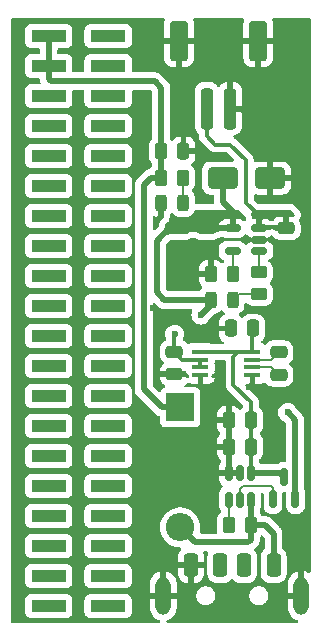
<source format=gtl>
G04 #@! TF.GenerationSoftware,KiCad,Pcbnew,8.0.0*
G04 #@! TF.CreationDate,2024-06-27T16:52:22+02:00*
G04 #@! TF.ProjectId,BatteryBridge,42617474-6572-4794-9272-696467652e6b,rev?*
G04 #@! TF.SameCoordinates,Original*
G04 #@! TF.FileFunction,Copper,L1,Top*
G04 #@! TF.FilePolarity,Positive*
%FSLAX46Y46*%
G04 Gerber Fmt 4.6, Leading zero omitted, Abs format (unit mm)*
G04 Created by KiCad (PCBNEW 8.0.0) date 2024-06-27 16:52:22*
%MOMM*%
%LPD*%
G01*
G04 APERTURE LIST*
G04 Aperture macros list*
%AMRoundRect*
0 Rectangle with rounded corners*
0 $1 Rounding radius*
0 $2 $3 $4 $5 $6 $7 $8 $9 X,Y pos of 4 corners*
0 Add a 4 corners polygon primitive as box body*
4,1,4,$2,$3,$4,$5,$6,$7,$8,$9,$2,$3,0*
0 Add four circle primitives for the rounded corners*
1,1,$1+$1,$2,$3*
1,1,$1+$1,$4,$5*
1,1,$1+$1,$6,$7*
1,1,$1+$1,$8,$9*
0 Add four rect primitives between the rounded corners*
20,1,$1+$1,$2,$3,$4,$5,0*
20,1,$1+$1,$4,$5,$6,$7,0*
20,1,$1+$1,$6,$7,$8,$9,0*
20,1,$1+$1,$8,$9,$2,$3,0*%
G04 Aperture macros list end*
G04 #@! TA.AperFunction,SMDPad,CuDef*
%ADD10R,3.000000X1.000000*%
G04 #@! TD*
G04 #@! TA.AperFunction,SMDPad,CuDef*
%ADD11RoundRect,0.150000X0.150000X-0.587500X0.150000X0.587500X-0.150000X0.587500X-0.150000X-0.587500X0*%
G04 #@! TD*
G04 #@! TA.AperFunction,ComponentPad*
%ADD12R,2.400000X2.400000*%
G04 #@! TD*
G04 #@! TA.AperFunction,ComponentPad*
%ADD13O,2.400000X2.400000*%
G04 #@! TD*
G04 #@! TA.AperFunction,SMDPad,CuDef*
%ADD14RoundRect,0.250000X-1.000000X-0.650000X1.000000X-0.650000X1.000000X0.650000X-1.000000X0.650000X0*%
G04 #@! TD*
G04 #@! TA.AperFunction,SMDPad,CuDef*
%ADD15RoundRect,0.250000X-0.250000X-0.475000X0.250000X-0.475000X0.250000X0.475000X-0.250000X0.475000X0*%
G04 #@! TD*
G04 #@! TA.AperFunction,SMDPad,CuDef*
%ADD16RoundRect,0.250000X0.475000X-0.250000X0.475000X0.250000X-0.475000X0.250000X-0.475000X-0.250000X0*%
G04 #@! TD*
G04 #@! TA.AperFunction,SMDPad,CuDef*
%ADD17RoundRect,0.150000X-0.150000X0.512500X-0.150000X-0.512500X0.150000X-0.512500X0.150000X0.512500X0*%
G04 #@! TD*
G04 #@! TA.AperFunction,SMDPad,CuDef*
%ADD18RoundRect,0.150000X0.512500X0.150000X-0.512500X0.150000X-0.512500X-0.150000X0.512500X-0.150000X0*%
G04 #@! TD*
G04 #@! TA.AperFunction,SMDPad,CuDef*
%ADD19RoundRect,0.250000X-0.262500X-0.450000X0.262500X-0.450000X0.262500X0.450000X-0.262500X0.450000X0*%
G04 #@! TD*
G04 #@! TA.AperFunction,SMDPad,CuDef*
%ADD20RoundRect,0.250000X0.450000X-0.262500X0.450000X0.262500X-0.450000X0.262500X-0.450000X-0.262500X0*%
G04 #@! TD*
G04 #@! TA.AperFunction,SMDPad,CuDef*
%ADD21RoundRect,0.250000X0.262500X0.450000X-0.262500X0.450000X-0.262500X-0.450000X0.262500X-0.450000X0*%
G04 #@! TD*
G04 #@! TA.AperFunction,SMDPad,CuDef*
%ADD22RoundRect,0.300000X-0.300000X0.700000X-0.300000X-0.700000X0.300000X-0.700000X0.300000X0.700000X0*%
G04 #@! TD*
G04 #@! TA.AperFunction,ComponentPad*
%ADD23O,1.300000X3.200000*%
G04 #@! TD*
G04 #@! TA.AperFunction,SMDPad,CuDef*
%ADD24RoundRect,0.250001X0.499999X1.449999X-0.499999X1.449999X-0.499999X-1.449999X0.499999X-1.449999X0*%
G04 #@! TD*
G04 #@! TA.AperFunction,SMDPad,CuDef*
%ADD25RoundRect,0.250000X0.250000X1.500000X-0.250000X1.500000X-0.250000X-1.500000X0.250000X-1.500000X0*%
G04 #@! TD*
G04 #@! TA.AperFunction,SMDPad,CuDef*
%ADD26R,1.425000X0.450000*%
G04 #@! TD*
G04 #@! TA.AperFunction,SMDPad,CuDef*
%ADD27RoundRect,0.243750X-0.243750X-0.456250X0.243750X-0.456250X0.243750X0.456250X-0.243750X0.456250X0*%
G04 #@! TD*
G04 #@! TA.AperFunction,SMDPad,CuDef*
%ADD28RoundRect,0.243750X0.243750X0.456250X-0.243750X0.456250X-0.243750X-0.456250X0.243750X-0.456250X0*%
G04 #@! TD*
G04 #@! TA.AperFunction,SMDPad,CuDef*
%ADD29RoundRect,0.250000X-0.475000X0.250000X-0.475000X-0.250000X0.475000X-0.250000X0.475000X0.250000X0*%
G04 #@! TD*
G04 #@! TA.AperFunction,SMDPad,CuDef*
%ADD30RoundRect,0.250000X0.250000X0.475000X-0.250000X0.475000X-0.250000X-0.475000X0.250000X-0.475000X0*%
G04 #@! TD*
G04 #@! TA.AperFunction,ViaPad*
%ADD31C,0.600000*%
G04 #@! TD*
G04 #@! TA.AperFunction,Conductor*
%ADD32C,0.508000*%
G04 #@! TD*
G04 #@! TA.AperFunction,Conductor*
%ADD33C,0.300000*%
G04 #@! TD*
G04 #@! TA.AperFunction,Conductor*
%ADD34C,0.200000*%
G04 #@! TD*
G04 APERTURE END LIST*
D10*
X69591000Y-39243000D03*
X64551000Y-39243000D03*
X69591000Y-41783000D03*
X64551000Y-41783000D03*
X69591000Y-44323000D03*
X64551000Y-44323000D03*
X69591000Y-46863000D03*
X64551000Y-46863000D03*
X69591000Y-49403000D03*
X64551000Y-49403000D03*
X69591000Y-51943000D03*
X64551000Y-51943000D03*
X69591000Y-54483000D03*
X64551000Y-54483000D03*
X69591000Y-57023000D03*
X64551000Y-57023000D03*
X69591000Y-59563000D03*
X64551000Y-59563000D03*
X69591000Y-62103000D03*
X64551000Y-62103000D03*
X69591000Y-64643000D03*
X64551000Y-64643000D03*
X69591000Y-67183000D03*
X64551000Y-67183000D03*
X69591000Y-69723000D03*
X64551000Y-69723000D03*
X69591000Y-72263000D03*
X64551000Y-72263000D03*
X69591000Y-74803000D03*
X64551000Y-74803000D03*
X69591000Y-77343000D03*
X64551000Y-77343000D03*
X69591000Y-79883000D03*
X64551000Y-79883000D03*
X69591000Y-82423000D03*
X64551000Y-82423000D03*
X69591000Y-84963000D03*
X64551000Y-84963000D03*
X69591000Y-87503000D03*
X64551000Y-87503000D03*
D11*
X83550000Y-78437500D03*
X85450000Y-78437500D03*
X84500000Y-76562500D03*
D12*
X75700000Y-70670000D03*
D13*
X75700000Y-80830000D03*
D14*
X79300000Y-51250000D03*
X83300000Y-51250000D03*
D15*
X79800000Y-71750000D03*
X81700000Y-71750000D03*
X81700000Y-74000000D03*
X79800000Y-74000000D03*
D16*
X84662500Y-57412500D03*
X84662500Y-55512500D03*
D17*
X81700000Y-78480500D03*
X80750000Y-78480500D03*
X79800000Y-78480500D03*
X79800000Y-76205500D03*
X80750000Y-76205500D03*
X81700000Y-76205500D03*
D18*
X80125000Y-57412500D03*
X80125000Y-55512500D03*
X82400000Y-55512500D03*
X82400000Y-56462500D03*
X82400000Y-57412500D03*
D19*
X75912500Y-51250000D03*
X74087500Y-51250000D03*
X80137500Y-59400000D03*
X78312500Y-59400000D03*
D20*
X82350000Y-59237500D03*
X82350000Y-61062500D03*
D21*
X81662500Y-80650000D03*
X79837500Y-80650000D03*
D22*
X83601000Y-84014000D03*
X81101000Y-84014000D03*
X79101000Y-84014000D03*
X76601000Y-84014000D03*
D23*
X85951000Y-86614000D03*
X74251000Y-86614000D03*
D24*
X75596000Y-39624000D03*
X82296000Y-39624000D03*
D25*
X77946000Y-45374000D03*
X79946000Y-45374000D03*
D26*
X77388000Y-65975000D03*
X77388000Y-66625000D03*
X77388000Y-67275000D03*
X77388000Y-67925000D03*
X81812000Y-67925000D03*
X81812000Y-67275000D03*
X81812000Y-66625000D03*
X81812000Y-65975000D03*
D27*
X74052500Y-53350000D03*
X75927500Y-53350000D03*
D28*
X80137500Y-61575000D03*
X78262500Y-61575000D03*
D29*
X84045000Y-66000000D03*
X84045000Y-67900000D03*
X75208000Y-67859000D03*
X75208000Y-65959000D03*
D30*
X81873000Y-63988000D03*
X79973000Y-63988000D03*
D16*
X75662500Y-55512500D03*
X75662500Y-57412500D03*
D15*
X74073500Y-48968000D03*
X75973500Y-48968000D03*
D16*
X77912500Y-55512500D03*
X77912500Y-57412500D03*
D31*
X77978000Y-80518000D03*
X74168000Y-64516000D03*
X73406000Y-62230000D03*
X83820000Y-64262000D03*
X83820000Y-62484000D03*
X77470000Y-53086000D03*
X75438000Y-45466000D03*
X75438000Y-42418000D03*
X81280000Y-48006000D03*
X83820000Y-48006000D03*
X81280000Y-45974000D03*
X83820000Y-45974000D03*
X83820000Y-42418000D03*
X80518000Y-42418000D03*
X77470000Y-42418000D03*
X80518000Y-40132000D03*
X77470000Y-40132000D03*
X77470000Y-38100000D03*
X80518000Y-38100000D03*
X83820000Y-38100000D03*
X86106000Y-38100000D03*
X86106000Y-41148000D03*
X86106000Y-44196000D03*
X86106000Y-48006000D03*
X86106000Y-51054000D03*
X86106000Y-53848000D03*
X86106000Y-60198000D03*
X86106000Y-62484000D03*
X86106000Y-65786000D03*
X86106000Y-69342000D03*
X85344000Y-83058000D03*
X85344000Y-80518000D03*
X79248000Y-69342000D03*
X83820000Y-69342000D03*
X83820000Y-74422000D03*
X83820000Y-72136000D03*
X76962000Y-77470000D03*
X76962000Y-74930000D03*
X76962000Y-72644000D03*
X74676000Y-72644000D03*
X74930000Y-74930000D03*
X74930000Y-77470000D03*
X74422000Y-83312000D03*
X83312000Y-85852000D03*
X81026000Y-85852000D03*
X78994000Y-85852000D03*
X75946000Y-85852000D03*
X83312000Y-87884000D03*
X81026000Y-87884000D03*
X78994000Y-87884000D03*
X75946000Y-87884000D03*
X72136000Y-87884000D03*
X72136000Y-85090000D03*
X72136000Y-82550000D03*
X72136000Y-80010000D03*
X72136000Y-77470000D03*
X72136000Y-74930000D03*
X72136000Y-72390000D03*
X72136000Y-49530000D03*
X72136000Y-46990000D03*
X72136000Y-44450000D03*
X72136000Y-39370000D03*
X61976000Y-39370000D03*
X61976000Y-41910000D03*
X61976000Y-44450000D03*
X61976000Y-46990000D03*
X61976000Y-49530000D03*
X61976000Y-52070000D03*
X61976000Y-54610000D03*
X61976000Y-57150000D03*
X61976000Y-59690000D03*
X61976000Y-62230000D03*
X61976000Y-64770000D03*
X61976000Y-67310000D03*
X61976000Y-69850000D03*
X61976000Y-72390000D03*
X61976000Y-74930000D03*
X61976000Y-77470000D03*
X61976000Y-80010000D03*
X61976000Y-82550000D03*
X61976000Y-85090000D03*
X61976000Y-87630000D03*
X67056000Y-87630000D03*
X67056000Y-85090000D03*
X67056000Y-82550000D03*
X67056000Y-80010000D03*
X67056000Y-77470000D03*
X67056000Y-74930000D03*
X67056000Y-72390000D03*
X67056000Y-69850000D03*
X67056000Y-67310000D03*
X67056000Y-64770000D03*
X67056000Y-62230000D03*
X67056000Y-59690000D03*
X67056000Y-57150000D03*
X67056000Y-54610000D03*
X67056000Y-52070000D03*
X67056000Y-49530000D03*
X67056000Y-46990000D03*
X67056000Y-44450000D03*
X67056000Y-41910000D03*
X67056000Y-39370000D03*
X75225000Y-64475000D03*
X77450000Y-62850000D03*
X82500000Y-54550000D03*
X84950000Y-58775000D03*
X84900000Y-59950000D03*
X83825000Y-59925000D03*
X83850000Y-58800000D03*
X76925000Y-59800000D03*
X76925000Y-58800000D03*
X75375000Y-59775000D03*
X75375000Y-58800000D03*
X83300000Y-52800000D03*
X83300000Y-49600000D03*
X84800000Y-71100000D03*
X73700000Y-54850000D03*
X78550000Y-74000000D03*
X78600000Y-71750000D03*
X81500000Y-68900000D03*
X77650000Y-68950000D03*
X78750000Y-63950000D03*
X73700000Y-67850000D03*
X78850000Y-76200000D03*
D32*
X64551000Y-41783000D02*
X64551000Y-39243000D01*
X64551000Y-42834000D02*
X64551000Y-41783000D01*
X64770000Y-43053000D02*
X64551000Y-42834000D01*
X73533000Y-43053000D02*
X64770000Y-43053000D01*
X74073500Y-43593500D02*
X73533000Y-43053000D01*
X74073500Y-48968000D02*
X74073500Y-43593500D01*
D33*
X78647000Y-48421000D02*
X77946000Y-47720000D01*
X77946000Y-47720000D02*
X77946000Y-45374000D01*
X79946000Y-48421000D02*
X78647000Y-48421000D01*
X81275000Y-53325000D02*
X81275000Y-49750000D01*
X82500000Y-54550000D02*
X81275000Y-53325000D01*
X81275000Y-49750000D02*
X79946000Y-48421000D01*
D34*
X80680000Y-45374000D02*
X81280000Y-45974000D01*
X79946000Y-45374000D02*
X80680000Y-45374000D01*
D33*
X75208000Y-64492000D02*
X75225000Y-64475000D01*
X75208000Y-65959000D02*
X75208000Y-64492000D01*
D32*
X78262500Y-62037500D02*
X77450000Y-62850000D01*
X78262500Y-61575000D02*
X78262500Y-62037500D01*
D34*
X80125000Y-59387500D02*
X80137500Y-59400000D01*
X80125000Y-57412500D02*
X80125000Y-59387500D01*
D32*
X73700000Y-60925000D02*
X74350000Y-61575000D01*
X73700000Y-56575000D02*
X73700000Y-60925000D01*
X74762500Y-55512500D02*
X73700000Y-56575000D01*
X74350000Y-61575000D02*
X78262500Y-61575000D01*
X75662500Y-55512500D02*
X74762500Y-55512500D01*
D34*
X82350000Y-57462500D02*
X82400000Y-57412500D01*
X82350000Y-59237500D02*
X82350000Y-57462500D01*
X80650000Y-61062500D02*
X82350000Y-61062500D01*
X80137500Y-61575000D02*
X80650000Y-61062500D01*
D32*
X83300000Y-51250000D02*
X83300000Y-52800000D01*
X83300000Y-51250000D02*
X83300000Y-49600000D01*
X79300000Y-53300000D02*
X79300000Y-51250000D01*
X80125000Y-54125000D02*
X79300000Y-53300000D01*
X80125000Y-55512500D02*
X80125000Y-54125000D01*
X85450000Y-71750000D02*
X84800000Y-71100000D01*
X85450000Y-78437500D02*
X85450000Y-71750000D01*
X73200000Y-51250000D02*
X74087500Y-51250000D01*
X72600000Y-51850000D02*
X73200000Y-51250000D01*
X74120000Y-70670000D02*
X72600000Y-69150000D01*
X72600000Y-69150000D02*
X72600000Y-51850000D01*
X75700000Y-70670000D02*
X74120000Y-70670000D01*
X74052500Y-54497500D02*
X73700000Y-54850000D01*
X74052500Y-53350000D02*
X74052500Y-54497500D01*
X79800000Y-74000000D02*
X78550000Y-74000000D01*
X79800000Y-71750000D02*
X78600000Y-71750000D01*
X74073500Y-51236000D02*
X74087500Y-51250000D01*
X74073500Y-48968000D02*
X74073500Y-51236000D01*
D34*
X75927500Y-51265000D02*
X75912500Y-51250000D01*
X75927500Y-53350000D02*
X75927500Y-51265000D01*
D33*
X81812000Y-68588000D02*
X81500000Y-68900000D01*
X81812000Y-67925000D02*
X81812000Y-68588000D01*
X77388000Y-68688000D02*
X77650000Y-68950000D01*
X77388000Y-67925000D02*
X77388000Y-68688000D01*
X78788000Y-63988000D02*
X78750000Y-63950000D01*
X79973000Y-63988000D02*
X78788000Y-63988000D01*
X81812000Y-64049000D02*
X81873000Y-63988000D01*
X81812000Y-65975000D02*
X81812000Y-64049000D01*
X73709000Y-67859000D02*
X73700000Y-67850000D01*
X75208000Y-67859000D02*
X73709000Y-67859000D01*
X75874000Y-66625000D02*
X75208000Y-65959000D01*
X77388000Y-66625000D02*
X75874000Y-66625000D01*
X77388000Y-66625000D02*
X77388000Y-67275000D01*
D34*
X83420000Y-66625000D02*
X84045000Y-66000000D01*
X81812000Y-66625000D02*
X83420000Y-66625000D01*
X83420000Y-67275000D02*
X84045000Y-67900000D01*
X81812000Y-67275000D02*
X83420000Y-67275000D01*
D32*
X82794500Y-76205500D02*
X81700000Y-76205500D01*
X82800000Y-76200000D02*
X82794500Y-76205500D01*
X84500000Y-76562500D02*
X84137500Y-76200000D01*
X84137500Y-76200000D02*
X82800000Y-76200000D01*
D33*
X81700000Y-70250000D02*
X81700000Y-71750000D01*
X80200000Y-68750000D02*
X81700000Y-70250000D01*
X80625000Y-65975000D02*
X80200000Y-66400000D01*
X81812000Y-65975000D02*
X80625000Y-65975000D01*
X80200000Y-66400000D02*
X80200000Y-68750000D01*
X81812000Y-65975000D02*
X77388000Y-65975000D01*
X81700000Y-71750000D02*
X81700000Y-74000000D01*
X81700000Y-76205500D02*
X81700000Y-74000000D01*
D34*
X78855500Y-76205500D02*
X78850000Y-76200000D01*
X79800000Y-76205500D02*
X78855500Y-76205500D01*
X80750000Y-76205500D02*
X79800000Y-76205500D01*
X83550000Y-77500000D02*
X83550000Y-78437500D01*
X81050000Y-77300000D02*
X83350000Y-77300000D01*
X83350000Y-77300000D02*
X83550000Y-77500000D01*
X80750000Y-77600000D02*
X81050000Y-77300000D01*
X80750000Y-78480500D02*
X80750000Y-77600000D01*
D32*
X81662500Y-78518000D02*
X81700000Y-78480500D01*
X81662500Y-80650000D02*
X81662500Y-78518000D01*
D34*
X79800000Y-80612500D02*
X79837500Y-80650000D01*
X79800000Y-78480500D02*
X79800000Y-80612500D01*
D32*
X76970000Y-82100000D02*
X75700000Y-80830000D01*
X81450000Y-82100000D02*
X76970000Y-82100000D01*
X81662500Y-81887500D02*
X81450000Y-82100000D01*
X81662500Y-80650000D02*
X81662500Y-81887500D01*
X82900000Y-80650000D02*
X81662500Y-80650000D01*
X83601000Y-81351000D02*
X82900000Y-80650000D01*
X83601000Y-84014000D02*
X83601000Y-81351000D01*
G04 #@! TA.AperFunction,Conductor*
G36*
X73559703Y-61852173D02*
G01*
X73566181Y-61858205D01*
X73759600Y-62051624D01*
X73759621Y-62051647D01*
X73869031Y-62161057D01*
X73901536Y-62182776D01*
X73901535Y-62182776D01*
X73992600Y-62243623D01*
X73992602Y-62243624D01*
X73992611Y-62243630D01*
X74026288Y-62257579D01*
X74026289Y-62257580D01*
X74026290Y-62257580D01*
X74129920Y-62300505D01*
X74129922Y-62300505D01*
X74129924Y-62300506D01*
X74154104Y-62305315D01*
X74154110Y-62305316D01*
X74275686Y-62329501D01*
X74275688Y-62329501D01*
X74430426Y-62329501D01*
X74430446Y-62329500D01*
X76609277Y-62329500D01*
X76676316Y-62349185D01*
X76722071Y-62401989D01*
X76732015Y-62471147D01*
X76726318Y-62494455D01*
X76664633Y-62670737D01*
X76664630Y-62670750D01*
X76644435Y-62849996D01*
X76644435Y-62850003D01*
X76664630Y-63029249D01*
X76664631Y-63029254D01*
X76724211Y-63199523D01*
X76820184Y-63352262D01*
X76947738Y-63479816D01*
X77100478Y-63575789D01*
X77270745Y-63635368D01*
X77270750Y-63635369D01*
X77449996Y-63655565D01*
X77450000Y-63655565D01*
X77450004Y-63655565D01*
X77629249Y-63635369D01*
X77629252Y-63635368D01*
X77629255Y-63635368D01*
X77799522Y-63575789D01*
X77952262Y-63479816D01*
X78079816Y-63352262D01*
X78175789Y-63199522D01*
X78175789Y-63199520D01*
X78179494Y-63193625D01*
X78180299Y-63194131D01*
X78198382Y-63168641D01*
X78564391Y-62802631D01*
X78625712Y-62769148D01*
X78639448Y-62766959D01*
X78657775Y-62765087D01*
X78822925Y-62710362D01*
X78971003Y-62619026D01*
X79094026Y-62496003D01*
X79094458Y-62495301D01*
X79094881Y-62494921D01*
X79098507Y-62490336D01*
X79099290Y-62490955D01*
X79146402Y-62448575D01*
X79215364Y-62437349D01*
X79279448Y-62465188D01*
X79301342Y-62490455D01*
X79301493Y-62490336D01*
X79304143Y-62493687D01*
X79305540Y-62495299D01*
X79305972Y-62495999D01*
X79305975Y-62496004D01*
X79434104Y-62624133D01*
X79433166Y-62625070D01*
X79469121Y-62675850D01*
X79472259Y-62745649D01*
X79437162Y-62806064D01*
X79409887Y-62824628D01*
X79410025Y-62824851D01*
X79405082Y-62827899D01*
X79404240Y-62828473D01*
X79403882Y-62828639D01*
X79254654Y-62920684D01*
X79130684Y-63044654D01*
X79038643Y-63193875D01*
X79038641Y-63193880D01*
X78983494Y-63360302D01*
X78983493Y-63360309D01*
X78973000Y-63463013D01*
X78973000Y-63738000D01*
X80099000Y-63738000D01*
X80166039Y-63757685D01*
X80211794Y-63810489D01*
X80223000Y-63862000D01*
X80223000Y-64114000D01*
X80203315Y-64181039D01*
X80150511Y-64226794D01*
X80099000Y-64238000D01*
X78973001Y-64238000D01*
X78973001Y-64512986D01*
X78983494Y-64615697D01*
X79038641Y-64782119D01*
X79038643Y-64782124D01*
X79130684Y-64931345D01*
X79254654Y-65055315D01*
X79318930Y-65094961D01*
X79365654Y-65146909D01*
X79376877Y-65215872D01*
X79349033Y-65279954D01*
X79290965Y-65318810D01*
X79253833Y-65324500D01*
X78407987Y-65324500D01*
X78348558Y-65309331D01*
X78342830Y-65306203D01*
X78207982Y-65255908D01*
X78207983Y-65255908D01*
X78148383Y-65249501D01*
X78148381Y-65249500D01*
X78148373Y-65249500D01*
X78148364Y-65249500D01*
X76627629Y-65249500D01*
X76627623Y-65249501D01*
X76568015Y-65255909D01*
X76433596Y-65306043D01*
X76363904Y-65311027D01*
X76302582Y-65277541D01*
X76284726Y-65254958D01*
X76281359Y-65249500D01*
X76275712Y-65240344D01*
X76151656Y-65116288D01*
X76002334Y-65024186D01*
X76002333Y-65024185D01*
X75995791Y-65021136D01*
X75996776Y-65019023D01*
X75948530Y-64985621D01*
X75921707Y-64921105D01*
X75934022Y-64852329D01*
X75939988Y-64841711D01*
X75945843Y-64832393D01*
X75950789Y-64824522D01*
X76010368Y-64654255D01*
X76014701Y-64615797D01*
X76030565Y-64475003D01*
X76030565Y-64474996D01*
X76010369Y-64295750D01*
X76010368Y-64295745D01*
X75986241Y-64226794D01*
X75950789Y-64125478D01*
X75931719Y-64095129D01*
X75854815Y-63972737D01*
X75727262Y-63845184D01*
X75574523Y-63749211D01*
X75404254Y-63689631D01*
X75404249Y-63689630D01*
X75225004Y-63669435D01*
X75224996Y-63669435D01*
X75045750Y-63689630D01*
X75045745Y-63689631D01*
X74875476Y-63749211D01*
X74722737Y-63845184D01*
X74595184Y-63972737D01*
X74499211Y-64125476D01*
X74439631Y-64295745D01*
X74439630Y-64295750D01*
X74419435Y-64474996D01*
X74419435Y-64475003D01*
X74439630Y-64654249D01*
X74439631Y-64654254D01*
X74499212Y-64824527D01*
X74504155Y-64832393D01*
X74523154Y-64899630D01*
X74502784Y-64966465D01*
X74449515Y-65011677D01*
X74438166Y-65016067D01*
X74413672Y-65024183D01*
X74413663Y-65024187D01*
X74264342Y-65116289D01*
X74140289Y-65240342D01*
X74048187Y-65389663D01*
X74048186Y-65389666D01*
X73993001Y-65556203D01*
X73993001Y-65556204D01*
X73993000Y-65556204D01*
X73982500Y-65658983D01*
X73982500Y-66259001D01*
X73982501Y-66259019D01*
X73993000Y-66361796D01*
X73993001Y-66361799D01*
X74048185Y-66528331D01*
X74048187Y-66528336D01*
X74083069Y-66584888D01*
X74140288Y-66677656D01*
X74264344Y-66801712D01*
X74267628Y-66803737D01*
X74267653Y-66803753D01*
X74269445Y-66805746D01*
X74270011Y-66806193D01*
X74269934Y-66806289D01*
X74314379Y-66855699D01*
X74325603Y-66924661D01*
X74297761Y-66988744D01*
X74267665Y-67014826D01*
X74264660Y-67016679D01*
X74264655Y-67016683D01*
X74140684Y-67140654D01*
X74048643Y-67289875D01*
X74048641Y-67289880D01*
X73993494Y-67456302D01*
X73993493Y-67456309D01*
X73983000Y-67559013D01*
X73983000Y-67609000D01*
X76095879Y-67609000D01*
X76162918Y-67628685D01*
X76208673Y-67681489D01*
X76212061Y-67689667D01*
X76231702Y-67742328D01*
X76231706Y-67742335D01*
X76317952Y-67857544D01*
X76317955Y-67857547D01*
X76410376Y-67926734D01*
X76452247Y-67982668D01*
X76457231Y-68052359D01*
X76423745Y-68113682D01*
X76362422Y-68147166D01*
X76336065Y-68150000D01*
X76224862Y-68150000D01*
X76157823Y-68130315D01*
X76137181Y-68113681D01*
X76132500Y-68109000D01*
X73983001Y-68109000D01*
X73983001Y-68158986D01*
X73993494Y-68261697D01*
X74048641Y-68428119D01*
X74048643Y-68428124D01*
X74140684Y-68577345D01*
X74264654Y-68701315D01*
X74374455Y-68769041D01*
X74421179Y-68820989D01*
X74432402Y-68889952D01*
X74404558Y-68954034D01*
X74352692Y-68990762D01*
X74257669Y-69026203D01*
X74257664Y-69026206D01*
X74142455Y-69112452D01*
X74142452Y-69112455D01*
X74056206Y-69227664D01*
X74056203Y-69227669D01*
X74039008Y-69273773D01*
X73997136Y-69329706D01*
X73931672Y-69354123D01*
X73863399Y-69339271D01*
X73835145Y-69318120D01*
X73390819Y-68873794D01*
X73357334Y-68812471D01*
X73354500Y-68786113D01*
X73354500Y-61945886D01*
X73374185Y-61878847D01*
X73426989Y-61833092D01*
X73496147Y-61823148D01*
X73559703Y-61852173D01*
G37*
G04 #@! TD.AperFunction*
G04 #@! TA.AperFunction,Conductor*
G36*
X75325000Y-60500000D02*
G01*
X77554130Y-60500000D01*
X77552975Y-60516150D01*
X77524474Y-60560497D01*
X77430975Y-60653995D01*
X77430974Y-60653997D01*
X77364604Y-60761598D01*
X77312658Y-60808321D01*
X77259067Y-60820500D01*
X74713886Y-60820500D01*
X74646847Y-60800815D01*
X74626210Y-60784185D01*
X74490817Y-60648792D01*
X74457334Y-60587471D01*
X74454500Y-60561113D01*
X74454500Y-59629500D01*
X75325000Y-60500000D01*
G37*
G04 #@! TD.AperFunction*
G04 #@! TA.AperFunction,Conductor*
G36*
X83868166Y-56447314D02*
G01*
X83876272Y-56450000D01*
X83850000Y-56450000D01*
X83813750Y-56413750D01*
X83868166Y-56447314D01*
G37*
G04 #@! TD.AperFunction*
G04 #@! TA.AperFunction,Conductor*
G36*
X79381978Y-56272924D02*
G01*
X79509926Y-56310097D01*
X79509929Y-56310097D01*
X79509931Y-56310098D01*
X79546806Y-56313000D01*
X79546814Y-56313000D01*
X80703186Y-56313000D01*
X80703194Y-56313000D01*
X80712752Y-56312247D01*
X80700000Y-56325000D01*
X78917199Y-56325000D01*
X78922152Y-56324103D01*
X78923184Y-56323953D01*
X78923209Y-56323951D01*
X78959788Y-56318659D01*
X78977623Y-56315409D01*
X79013754Y-56307448D01*
X79085076Y-56277608D01*
X79132935Y-56268000D01*
X79347383Y-56268000D01*
X79381978Y-56272924D01*
G37*
G04 #@! TD.AperFunction*
G04 #@! TA.AperFunction,Conductor*
G36*
X74245539Y-53119685D02*
G01*
X74291294Y-53172489D01*
X74302500Y-53224000D01*
X74302500Y-54383569D01*
X74301684Y-54394968D01*
X74301816Y-54394978D01*
X74301500Y-54399395D01*
X74301500Y-54509812D01*
X74299117Y-54534004D01*
X74294314Y-54558150D01*
X74287257Y-54581414D01*
X74277832Y-54604166D01*
X74266376Y-54625599D01*
X74252699Y-54646069D01*
X74237276Y-54664862D01*
X74090944Y-54811192D01*
X74036082Y-54876169D01*
X74005784Y-54918880D01*
X74004080Y-54921074D01*
X74004105Y-54921093D01*
X74001236Y-54925006D01*
X73997980Y-54929879D01*
X73995141Y-54933881D01*
X73992383Y-54939153D01*
X73991000Y-54941354D01*
X73990998Y-54941356D01*
X73933266Y-55070366D01*
X73918231Y-55122552D01*
X73918230Y-55122556D01*
X73914259Y-55136334D01*
X73914257Y-55136345D01*
X73894180Y-55278549D01*
X73865317Y-55342179D01*
X73859079Y-55348895D01*
X73566181Y-55641794D01*
X73504858Y-55675279D01*
X73435167Y-55670295D01*
X73379233Y-55628424D01*
X73354816Y-55562959D01*
X73354500Y-55554113D01*
X73354500Y-54610966D01*
X73374185Y-54543927D01*
X73426989Y-54498172D01*
X73496147Y-54488228D01*
X73517504Y-54493260D01*
X73657326Y-54539592D01*
X73759184Y-54549999D01*
X73759197Y-54550000D01*
X73802500Y-54550000D01*
X73802500Y-53224000D01*
X73822185Y-53156961D01*
X73874989Y-53111206D01*
X73926500Y-53100000D01*
X74178500Y-53100000D01*
X74245539Y-53119685D01*
G37*
G04 #@! TD.AperFunction*
G04 #@! TA.AperFunction,Conductor*
G36*
X74351987Y-37738685D02*
G01*
X74397742Y-37791489D01*
X74407686Y-37860647D01*
X74402654Y-37882004D01*
X74356494Y-38021303D01*
X74356493Y-38021310D01*
X74346000Y-38124014D01*
X74346000Y-39374000D01*
X76846000Y-39374000D01*
X76846000Y-38124027D01*
X76845999Y-38124014D01*
X76835506Y-38021310D01*
X76835505Y-38021303D01*
X76789346Y-37882004D01*
X76786944Y-37812175D01*
X76822676Y-37752134D01*
X76885197Y-37720941D01*
X76907052Y-37719000D01*
X80984948Y-37719000D01*
X81051987Y-37738685D01*
X81097742Y-37791489D01*
X81107686Y-37860647D01*
X81102654Y-37882004D01*
X81056494Y-38021303D01*
X81056493Y-38021310D01*
X81046000Y-38124014D01*
X81046000Y-39374000D01*
X83546000Y-39374000D01*
X83546000Y-38124027D01*
X83545999Y-38124014D01*
X83535506Y-38021310D01*
X83535505Y-38021303D01*
X83489346Y-37882004D01*
X83486944Y-37812175D01*
X83522676Y-37752134D01*
X83585197Y-37720941D01*
X83607052Y-37719000D01*
X86617000Y-37719000D01*
X86684039Y-37738685D01*
X86729794Y-37791489D01*
X86741000Y-37843000D01*
X86741000Y-84573772D01*
X86721315Y-84640811D01*
X86668511Y-84686566D01*
X86599353Y-84696510D01*
X86558513Y-84681776D01*
X86558072Y-84682644D01*
X86392447Y-84598252D01*
X86392441Y-84598250D01*
X86220295Y-84542318D01*
X86220285Y-84542315D01*
X86201000Y-84539260D01*
X86201000Y-85469025D01*
X86165905Y-85433930D01*
X86086095Y-85387852D01*
X85997078Y-85364000D01*
X85904922Y-85364000D01*
X85815905Y-85387852D01*
X85736095Y-85433930D01*
X85701000Y-85469025D01*
X85701000Y-84539260D01*
X85681714Y-84542315D01*
X85681704Y-84542318D01*
X85509558Y-84598250D01*
X85509552Y-84598252D01*
X85348265Y-84680434D01*
X85201830Y-84786823D01*
X85073823Y-84914830D01*
X84967434Y-85061265D01*
X84885252Y-85222552D01*
X84885251Y-85222555D01*
X84829317Y-85394706D01*
X84801000Y-85573493D01*
X84801000Y-86364000D01*
X85601000Y-86364000D01*
X85601000Y-86864000D01*
X84801000Y-86864000D01*
X84801000Y-87654506D01*
X84829317Y-87833293D01*
X84885251Y-88005444D01*
X84885252Y-88005447D01*
X84967434Y-88166734D01*
X85073823Y-88313169D01*
X85201830Y-88441176D01*
X85348265Y-88547565D01*
X85509552Y-88629747D01*
X85509555Y-88629748D01*
X85596719Y-88658069D01*
X85654394Y-88697506D01*
X85681593Y-88761865D01*
X85669679Y-88830711D01*
X85622435Y-88882187D01*
X85558401Y-88900000D01*
X74643599Y-88900000D01*
X74576560Y-88880315D01*
X74530805Y-88827511D01*
X74520861Y-88758353D01*
X74549886Y-88694797D01*
X74605281Y-88658069D01*
X74692444Y-88629748D01*
X74692447Y-88629747D01*
X74853734Y-88547565D01*
X75000169Y-88441176D01*
X75128176Y-88313169D01*
X75234565Y-88166734D01*
X75316747Y-88005447D01*
X75316748Y-88005444D01*
X75372682Y-87833293D01*
X75401000Y-87654506D01*
X75401000Y-86864000D01*
X74601000Y-86864000D01*
X74601000Y-86693240D01*
X77046500Y-86693240D01*
X77077414Y-86848656D01*
X77077416Y-86848664D01*
X77138059Y-86995071D01*
X77138064Y-86995080D01*
X77226103Y-87126838D01*
X77226106Y-87126842D01*
X77338157Y-87238893D01*
X77338161Y-87238896D01*
X77469919Y-87326935D01*
X77469925Y-87326938D01*
X77469926Y-87326939D01*
X77616336Y-87387584D01*
X77771759Y-87418499D01*
X77771763Y-87418500D01*
X77771764Y-87418500D01*
X77930237Y-87418500D01*
X77930238Y-87418499D01*
X78085664Y-87387584D01*
X78232074Y-87326939D01*
X78363839Y-87238896D01*
X78475896Y-87126839D01*
X78563939Y-86995074D01*
X78624584Y-86848664D01*
X78655499Y-86693240D01*
X81546500Y-86693240D01*
X81577414Y-86848656D01*
X81577416Y-86848664D01*
X81638059Y-86995071D01*
X81638064Y-86995080D01*
X81726103Y-87126838D01*
X81726106Y-87126842D01*
X81838157Y-87238893D01*
X81838161Y-87238896D01*
X81969919Y-87326935D01*
X81969925Y-87326938D01*
X81969926Y-87326939D01*
X82116336Y-87387584D01*
X82271759Y-87418499D01*
X82271763Y-87418500D01*
X82271764Y-87418500D01*
X82430237Y-87418500D01*
X82430238Y-87418499D01*
X82585664Y-87387584D01*
X82732074Y-87326939D01*
X82863839Y-87238896D01*
X82975896Y-87126839D01*
X83063939Y-86995074D01*
X83124584Y-86848664D01*
X83155500Y-86693236D01*
X83155500Y-86534764D01*
X83124584Y-86379336D01*
X83063939Y-86232926D01*
X83063938Y-86232925D01*
X83063935Y-86232919D01*
X82975896Y-86101161D01*
X82975893Y-86101157D01*
X82863842Y-85989106D01*
X82863838Y-85989103D01*
X82732080Y-85901064D01*
X82732071Y-85901059D01*
X82585664Y-85840416D01*
X82585656Y-85840414D01*
X82430240Y-85809500D01*
X82430236Y-85809500D01*
X82271764Y-85809500D01*
X82271759Y-85809500D01*
X82116343Y-85840414D01*
X82116335Y-85840416D01*
X81969928Y-85901059D01*
X81969919Y-85901064D01*
X81838161Y-85989103D01*
X81838157Y-85989106D01*
X81726106Y-86101157D01*
X81726103Y-86101161D01*
X81638064Y-86232919D01*
X81638059Y-86232928D01*
X81577416Y-86379335D01*
X81577414Y-86379343D01*
X81546500Y-86534759D01*
X81546500Y-86693240D01*
X78655499Y-86693240D01*
X78655500Y-86693236D01*
X78655500Y-86534764D01*
X78624584Y-86379336D01*
X78563939Y-86232926D01*
X78563938Y-86232925D01*
X78563935Y-86232919D01*
X78475896Y-86101161D01*
X78475893Y-86101157D01*
X78363842Y-85989106D01*
X78363838Y-85989103D01*
X78232080Y-85901064D01*
X78232071Y-85901059D01*
X78085664Y-85840416D01*
X78085656Y-85840414D01*
X77930240Y-85809500D01*
X77930236Y-85809500D01*
X77771764Y-85809500D01*
X77771759Y-85809500D01*
X77616343Y-85840414D01*
X77616335Y-85840416D01*
X77469928Y-85901059D01*
X77469919Y-85901064D01*
X77338161Y-85989103D01*
X77338157Y-85989106D01*
X77226106Y-86101157D01*
X77226103Y-86101161D01*
X77138064Y-86232919D01*
X77138059Y-86232928D01*
X77077416Y-86379335D01*
X77077414Y-86379343D01*
X77046500Y-86534759D01*
X77046500Y-86693240D01*
X74601000Y-86693240D01*
X74601000Y-86364000D01*
X75401000Y-86364000D01*
X75401000Y-85573493D01*
X75372682Y-85394706D01*
X75316748Y-85222555D01*
X75316747Y-85222552D01*
X75234565Y-85061265D01*
X75128176Y-84914830D01*
X75000169Y-84786823D01*
X74853734Y-84680434D01*
X74692447Y-84598252D01*
X74692441Y-84598250D01*
X74520295Y-84542318D01*
X74520285Y-84542315D01*
X74501000Y-84539260D01*
X74501000Y-85469025D01*
X74465905Y-85433930D01*
X74386095Y-85387852D01*
X74297078Y-85364000D01*
X74204922Y-85364000D01*
X74115905Y-85387852D01*
X74036095Y-85433930D01*
X74001000Y-85469025D01*
X74001000Y-84539260D01*
X73981714Y-84542315D01*
X73981704Y-84542318D01*
X73809558Y-84598250D01*
X73809552Y-84598252D01*
X73648265Y-84680434D01*
X73501830Y-84786823D01*
X73373823Y-84914830D01*
X73267434Y-85061265D01*
X73185252Y-85222552D01*
X73185251Y-85222555D01*
X73129317Y-85394706D01*
X73101000Y-85573493D01*
X73101000Y-86364000D01*
X73901000Y-86364000D01*
X73901000Y-86864000D01*
X73101000Y-86864000D01*
X73101000Y-87654506D01*
X73129317Y-87833293D01*
X73185251Y-88005444D01*
X73185252Y-88005447D01*
X73267434Y-88166734D01*
X73373823Y-88313169D01*
X73501830Y-88441176D01*
X73648265Y-88547565D01*
X73809552Y-88629747D01*
X73809555Y-88629748D01*
X73896719Y-88658069D01*
X73954394Y-88697506D01*
X73981593Y-88761865D01*
X73969679Y-88830711D01*
X73922435Y-88882187D01*
X73858401Y-88900000D01*
X61465000Y-88900000D01*
X61397961Y-88880315D01*
X61352206Y-88827511D01*
X61341000Y-88776000D01*
X61341000Y-88050870D01*
X62550500Y-88050870D01*
X62550501Y-88050876D01*
X62556908Y-88110483D01*
X62607202Y-88245328D01*
X62607206Y-88245335D01*
X62693452Y-88360544D01*
X62693455Y-88360547D01*
X62808664Y-88446793D01*
X62808671Y-88446797D01*
X62943517Y-88497091D01*
X62943516Y-88497091D01*
X62950444Y-88497835D01*
X63003127Y-88503500D01*
X66098872Y-88503499D01*
X66158483Y-88497091D01*
X66293331Y-88446796D01*
X66408546Y-88360546D01*
X66494796Y-88245331D01*
X66545091Y-88110483D01*
X66551500Y-88050873D01*
X66551500Y-88050870D01*
X67590500Y-88050870D01*
X67590501Y-88050876D01*
X67596908Y-88110483D01*
X67647202Y-88245328D01*
X67647206Y-88245335D01*
X67733452Y-88360544D01*
X67733455Y-88360547D01*
X67848664Y-88446793D01*
X67848671Y-88446797D01*
X67983517Y-88497091D01*
X67983516Y-88497091D01*
X67990444Y-88497835D01*
X68043127Y-88503500D01*
X71138872Y-88503499D01*
X71198483Y-88497091D01*
X71333331Y-88446796D01*
X71448546Y-88360546D01*
X71534796Y-88245331D01*
X71585091Y-88110483D01*
X71591500Y-88050873D01*
X71591499Y-86955128D01*
X71585091Y-86895517D01*
X71569156Y-86852794D01*
X71534797Y-86760671D01*
X71534793Y-86760664D01*
X71448547Y-86645455D01*
X71448544Y-86645452D01*
X71333335Y-86559206D01*
X71333328Y-86559202D01*
X71198482Y-86508908D01*
X71198483Y-86508908D01*
X71138883Y-86502501D01*
X71138881Y-86502500D01*
X71138873Y-86502500D01*
X71138864Y-86502500D01*
X68043129Y-86502500D01*
X68043123Y-86502501D01*
X67983516Y-86508908D01*
X67848671Y-86559202D01*
X67848664Y-86559206D01*
X67733455Y-86645452D01*
X67733452Y-86645455D01*
X67647206Y-86760664D01*
X67647202Y-86760671D01*
X67596908Y-86895517D01*
X67590501Y-86955116D01*
X67590501Y-86955123D01*
X67590500Y-86955135D01*
X67590500Y-88050870D01*
X66551500Y-88050870D01*
X66551499Y-86955128D01*
X66545091Y-86895517D01*
X66529156Y-86852794D01*
X66494797Y-86760671D01*
X66494793Y-86760664D01*
X66408547Y-86645455D01*
X66408544Y-86645452D01*
X66293335Y-86559206D01*
X66293328Y-86559202D01*
X66158482Y-86508908D01*
X66158483Y-86508908D01*
X66098883Y-86502501D01*
X66098881Y-86502500D01*
X66098873Y-86502500D01*
X66098864Y-86502500D01*
X63003129Y-86502500D01*
X63003123Y-86502501D01*
X62943516Y-86508908D01*
X62808671Y-86559202D01*
X62808664Y-86559206D01*
X62693455Y-86645452D01*
X62693452Y-86645455D01*
X62607206Y-86760664D01*
X62607202Y-86760671D01*
X62556908Y-86895517D01*
X62550501Y-86955116D01*
X62550501Y-86955123D01*
X62550500Y-86955135D01*
X62550500Y-88050870D01*
X61341000Y-88050870D01*
X61341000Y-85510870D01*
X62550500Y-85510870D01*
X62550501Y-85510876D01*
X62556908Y-85570483D01*
X62607202Y-85705328D01*
X62607206Y-85705335D01*
X62693452Y-85820544D01*
X62693455Y-85820547D01*
X62808664Y-85906793D01*
X62808671Y-85906797D01*
X62943517Y-85957091D01*
X62943516Y-85957091D01*
X62950444Y-85957835D01*
X63003127Y-85963500D01*
X66098872Y-85963499D01*
X66158483Y-85957091D01*
X66293331Y-85906796D01*
X66408546Y-85820546D01*
X66494796Y-85705331D01*
X66545091Y-85570483D01*
X66551500Y-85510873D01*
X66551500Y-85510870D01*
X67590500Y-85510870D01*
X67590501Y-85510876D01*
X67596908Y-85570483D01*
X67647202Y-85705328D01*
X67647206Y-85705335D01*
X67733452Y-85820544D01*
X67733455Y-85820547D01*
X67848664Y-85906793D01*
X67848671Y-85906797D01*
X67983517Y-85957091D01*
X67983516Y-85957091D01*
X67990444Y-85957835D01*
X68043127Y-85963500D01*
X71138872Y-85963499D01*
X71198483Y-85957091D01*
X71333331Y-85906796D01*
X71448546Y-85820546D01*
X71534796Y-85705331D01*
X71585091Y-85570483D01*
X71591500Y-85510873D01*
X71591499Y-84415128D01*
X71585091Y-84355517D01*
X71550957Y-84264000D01*
X75501000Y-84264000D01*
X75501000Y-84758930D01*
X75516122Y-84893141D01*
X75575663Y-85063301D01*
X75671577Y-85215948D01*
X75799051Y-85343422D01*
X75951698Y-85439336D01*
X76121858Y-85498877D01*
X76256069Y-85513999D01*
X76256070Y-85514000D01*
X76351000Y-85514000D01*
X76351000Y-84264000D01*
X76851000Y-84264000D01*
X76851000Y-85514000D01*
X76945930Y-85514000D01*
X76945930Y-85513999D01*
X77080141Y-85498877D01*
X77250301Y-85439336D01*
X77402948Y-85343422D01*
X77530422Y-85215948D01*
X77626336Y-85063301D01*
X77685877Y-84893141D01*
X77700999Y-84758930D01*
X77701000Y-84758930D01*
X77701000Y-84264000D01*
X76851000Y-84264000D01*
X76351000Y-84264000D01*
X75501000Y-84264000D01*
X71550957Y-84264000D01*
X71534797Y-84220671D01*
X71534793Y-84220664D01*
X71448547Y-84105455D01*
X71448544Y-84105452D01*
X71333335Y-84019206D01*
X71333328Y-84019202D01*
X71198482Y-83968908D01*
X71198483Y-83968908D01*
X71138883Y-83962501D01*
X71138881Y-83962500D01*
X71138873Y-83962500D01*
X71138864Y-83962500D01*
X68043129Y-83962500D01*
X68043123Y-83962501D01*
X67983516Y-83968908D01*
X67848671Y-84019202D01*
X67848664Y-84019206D01*
X67733455Y-84105452D01*
X67733452Y-84105455D01*
X67647206Y-84220664D01*
X67647202Y-84220671D01*
X67596908Y-84355517D01*
X67590501Y-84415116D01*
X67590501Y-84415123D01*
X67590500Y-84415135D01*
X67590500Y-85510870D01*
X66551500Y-85510870D01*
X66551499Y-84415128D01*
X66545091Y-84355517D01*
X66510957Y-84264000D01*
X66494797Y-84220671D01*
X66494793Y-84220664D01*
X66408547Y-84105455D01*
X66408544Y-84105452D01*
X66293335Y-84019206D01*
X66293328Y-84019202D01*
X66158482Y-83968908D01*
X66158483Y-83968908D01*
X66098883Y-83962501D01*
X66098881Y-83962500D01*
X66098873Y-83962500D01*
X66098864Y-83962500D01*
X63003129Y-83962500D01*
X63003123Y-83962501D01*
X62943516Y-83968908D01*
X62808671Y-84019202D01*
X62808664Y-84019206D01*
X62693455Y-84105452D01*
X62693452Y-84105455D01*
X62607206Y-84220664D01*
X62607202Y-84220671D01*
X62556908Y-84355517D01*
X62550501Y-84415116D01*
X62550501Y-84415123D01*
X62550500Y-84415135D01*
X62550500Y-85510870D01*
X61341000Y-85510870D01*
X61341000Y-82970870D01*
X62550500Y-82970870D01*
X62550501Y-82970876D01*
X62556908Y-83030483D01*
X62607202Y-83165328D01*
X62607206Y-83165335D01*
X62693452Y-83280544D01*
X62693455Y-83280547D01*
X62808664Y-83366793D01*
X62808671Y-83366797D01*
X62943517Y-83417091D01*
X62943516Y-83417091D01*
X62950444Y-83417835D01*
X63003127Y-83423500D01*
X66098872Y-83423499D01*
X66158483Y-83417091D01*
X66293331Y-83366796D01*
X66408546Y-83280546D01*
X66494796Y-83165331D01*
X66545091Y-83030483D01*
X66551500Y-82970873D01*
X66551500Y-82970870D01*
X67590500Y-82970870D01*
X67590501Y-82970876D01*
X67596908Y-83030483D01*
X67647202Y-83165328D01*
X67647206Y-83165335D01*
X67733452Y-83280544D01*
X67733455Y-83280547D01*
X67848664Y-83366793D01*
X67848671Y-83366797D01*
X67983517Y-83417091D01*
X67983516Y-83417091D01*
X67990444Y-83417835D01*
X68043127Y-83423500D01*
X71138872Y-83423499D01*
X71198483Y-83417091D01*
X71333331Y-83366796D01*
X71448546Y-83280546D01*
X71534796Y-83165331D01*
X71585091Y-83030483D01*
X71591500Y-82970873D01*
X71591499Y-81875128D01*
X71585091Y-81815517D01*
X71534796Y-81680669D01*
X71534795Y-81680668D01*
X71534793Y-81680664D01*
X71448547Y-81565455D01*
X71448544Y-81565452D01*
X71333335Y-81479206D01*
X71333328Y-81479202D01*
X71198482Y-81428908D01*
X71198483Y-81428908D01*
X71138883Y-81422501D01*
X71138881Y-81422500D01*
X71138873Y-81422500D01*
X71138864Y-81422500D01*
X68043129Y-81422500D01*
X68043123Y-81422501D01*
X67983516Y-81428908D01*
X67848671Y-81479202D01*
X67848664Y-81479206D01*
X67733455Y-81565452D01*
X67733452Y-81565455D01*
X67647206Y-81680664D01*
X67647202Y-81680671D01*
X67596908Y-81815517D01*
X67590501Y-81875116D01*
X67590501Y-81875123D01*
X67590500Y-81875135D01*
X67590500Y-82970870D01*
X66551500Y-82970870D01*
X66551499Y-81875128D01*
X66545091Y-81815517D01*
X66494796Y-81680669D01*
X66494795Y-81680668D01*
X66494793Y-81680664D01*
X66408547Y-81565455D01*
X66408544Y-81565452D01*
X66293335Y-81479206D01*
X66293328Y-81479202D01*
X66158482Y-81428908D01*
X66158483Y-81428908D01*
X66098883Y-81422501D01*
X66098881Y-81422500D01*
X66098873Y-81422500D01*
X66098864Y-81422500D01*
X63003129Y-81422500D01*
X63003123Y-81422501D01*
X62943516Y-81428908D01*
X62808671Y-81479202D01*
X62808664Y-81479206D01*
X62693455Y-81565452D01*
X62693452Y-81565455D01*
X62607206Y-81680664D01*
X62607202Y-81680671D01*
X62556908Y-81815517D01*
X62550501Y-81875116D01*
X62550501Y-81875123D01*
X62550500Y-81875135D01*
X62550500Y-82970870D01*
X61341000Y-82970870D01*
X61341000Y-80430870D01*
X62550500Y-80430870D01*
X62550501Y-80430876D01*
X62556908Y-80490483D01*
X62607202Y-80625328D01*
X62607206Y-80625335D01*
X62693452Y-80740544D01*
X62693455Y-80740547D01*
X62808664Y-80826793D01*
X62808671Y-80826797D01*
X62943517Y-80877091D01*
X62943516Y-80877091D01*
X62950444Y-80877835D01*
X63003127Y-80883500D01*
X66098872Y-80883499D01*
X66158483Y-80877091D01*
X66293331Y-80826796D01*
X66408546Y-80740546D01*
X66494796Y-80625331D01*
X66545091Y-80490483D01*
X66551500Y-80430873D01*
X66551500Y-80430870D01*
X67590500Y-80430870D01*
X67590501Y-80430876D01*
X67596908Y-80490483D01*
X67647202Y-80625328D01*
X67647206Y-80625335D01*
X67733452Y-80740544D01*
X67733455Y-80740547D01*
X67848664Y-80826793D01*
X67848671Y-80826797D01*
X67983517Y-80877091D01*
X67983516Y-80877091D01*
X67990444Y-80877835D01*
X68043127Y-80883500D01*
X71138872Y-80883499D01*
X71198483Y-80877091D01*
X71333331Y-80826796D01*
X71448546Y-80740546D01*
X71534796Y-80625331D01*
X71585091Y-80490483D01*
X71591500Y-80430873D01*
X71591499Y-79335128D01*
X71585091Y-79275517D01*
X71576841Y-79253398D01*
X71534797Y-79140671D01*
X71534793Y-79140664D01*
X71448547Y-79025455D01*
X71448544Y-79025452D01*
X71333335Y-78939206D01*
X71333328Y-78939202D01*
X71198482Y-78888908D01*
X71198483Y-78888908D01*
X71138883Y-78882501D01*
X71138881Y-78882500D01*
X71138873Y-78882500D01*
X71138864Y-78882500D01*
X68043129Y-78882500D01*
X68043123Y-78882501D01*
X67983516Y-78888908D01*
X67848671Y-78939202D01*
X67848664Y-78939206D01*
X67733455Y-79025452D01*
X67733452Y-79025455D01*
X67647206Y-79140664D01*
X67647202Y-79140671D01*
X67596908Y-79275517D01*
X67590501Y-79335116D01*
X67590501Y-79335123D01*
X67590500Y-79335135D01*
X67590500Y-80430870D01*
X66551500Y-80430870D01*
X66551499Y-79335128D01*
X66545091Y-79275517D01*
X66536841Y-79253398D01*
X66494797Y-79140671D01*
X66494793Y-79140664D01*
X66408547Y-79025455D01*
X66408544Y-79025452D01*
X66293335Y-78939206D01*
X66293328Y-78939202D01*
X66158482Y-78888908D01*
X66158483Y-78888908D01*
X66098883Y-78882501D01*
X66098881Y-78882500D01*
X66098873Y-78882500D01*
X66098864Y-78882500D01*
X63003129Y-78882500D01*
X63003123Y-78882501D01*
X62943516Y-78888908D01*
X62808671Y-78939202D01*
X62808664Y-78939206D01*
X62693455Y-79025452D01*
X62693452Y-79025455D01*
X62607206Y-79140664D01*
X62607202Y-79140671D01*
X62556908Y-79275517D01*
X62550501Y-79335116D01*
X62550501Y-79335123D01*
X62550500Y-79335135D01*
X62550500Y-80430870D01*
X61341000Y-80430870D01*
X61341000Y-77890870D01*
X62550500Y-77890870D01*
X62550501Y-77890876D01*
X62556908Y-77950483D01*
X62607202Y-78085328D01*
X62607206Y-78085335D01*
X62693452Y-78200544D01*
X62693455Y-78200547D01*
X62808664Y-78286793D01*
X62808671Y-78286797D01*
X62943517Y-78337091D01*
X62943516Y-78337091D01*
X62950444Y-78337835D01*
X63003127Y-78343500D01*
X66098872Y-78343499D01*
X66158483Y-78337091D01*
X66293331Y-78286796D01*
X66408546Y-78200546D01*
X66494796Y-78085331D01*
X66545091Y-77950483D01*
X66551500Y-77890873D01*
X66551500Y-77890870D01*
X67590500Y-77890870D01*
X67590501Y-77890876D01*
X67596908Y-77950483D01*
X67647202Y-78085328D01*
X67647206Y-78085335D01*
X67733452Y-78200544D01*
X67733455Y-78200547D01*
X67848664Y-78286793D01*
X67848671Y-78286797D01*
X67983517Y-78337091D01*
X67983516Y-78337091D01*
X67990444Y-78337835D01*
X68043127Y-78343500D01*
X71138872Y-78343499D01*
X71198483Y-78337091D01*
X71333331Y-78286796D01*
X71448546Y-78200546D01*
X71534796Y-78085331D01*
X71585091Y-77950483D01*
X71591500Y-77890873D01*
X71591499Y-76795128D01*
X71585091Y-76735517D01*
X71534796Y-76600669D01*
X71534795Y-76600668D01*
X71534793Y-76600664D01*
X71448547Y-76485455D01*
X71448544Y-76485452D01*
X71333335Y-76399206D01*
X71333328Y-76399202D01*
X71198482Y-76348908D01*
X71198483Y-76348908D01*
X71138883Y-76342501D01*
X71138881Y-76342500D01*
X71138873Y-76342500D01*
X71138864Y-76342500D01*
X68043129Y-76342500D01*
X68043123Y-76342501D01*
X67983516Y-76348908D01*
X67848671Y-76399202D01*
X67848664Y-76399206D01*
X67733455Y-76485452D01*
X67733452Y-76485455D01*
X67647206Y-76600664D01*
X67647202Y-76600671D01*
X67596908Y-76735517D01*
X67593270Y-76769360D01*
X67590501Y-76795123D01*
X67590500Y-76795135D01*
X67590500Y-77890870D01*
X66551500Y-77890870D01*
X66551499Y-76795128D01*
X66545091Y-76735517D01*
X66494796Y-76600669D01*
X66494795Y-76600668D01*
X66494793Y-76600664D01*
X66408547Y-76485455D01*
X66408544Y-76485452D01*
X66293335Y-76399206D01*
X66293328Y-76399202D01*
X66158482Y-76348908D01*
X66158483Y-76348908D01*
X66098883Y-76342501D01*
X66098881Y-76342500D01*
X66098873Y-76342500D01*
X66098864Y-76342500D01*
X63003129Y-76342500D01*
X63003123Y-76342501D01*
X62943516Y-76348908D01*
X62808671Y-76399202D01*
X62808664Y-76399206D01*
X62693455Y-76485452D01*
X62693452Y-76485455D01*
X62607206Y-76600664D01*
X62607202Y-76600671D01*
X62556908Y-76735517D01*
X62553270Y-76769360D01*
X62550501Y-76795123D01*
X62550500Y-76795135D01*
X62550500Y-77890870D01*
X61341000Y-77890870D01*
X61341000Y-75350870D01*
X62550500Y-75350870D01*
X62550501Y-75350876D01*
X62556908Y-75410483D01*
X62607202Y-75545328D01*
X62607206Y-75545335D01*
X62693452Y-75660544D01*
X62693455Y-75660547D01*
X62808664Y-75746793D01*
X62808671Y-75746797D01*
X62943517Y-75797091D01*
X62943516Y-75797091D01*
X62950444Y-75797835D01*
X63003127Y-75803500D01*
X66098872Y-75803499D01*
X66158483Y-75797091D01*
X66293331Y-75746796D01*
X66408546Y-75660546D01*
X66494796Y-75545331D01*
X66545091Y-75410483D01*
X66551500Y-75350873D01*
X66551500Y-75350870D01*
X67590500Y-75350870D01*
X67590501Y-75350876D01*
X67596908Y-75410483D01*
X67647202Y-75545328D01*
X67647206Y-75545335D01*
X67733452Y-75660544D01*
X67733455Y-75660547D01*
X67848664Y-75746793D01*
X67848671Y-75746797D01*
X67983517Y-75797091D01*
X67983516Y-75797091D01*
X67990444Y-75797835D01*
X68043127Y-75803500D01*
X71138872Y-75803499D01*
X71198483Y-75797091D01*
X71333331Y-75746796D01*
X71448546Y-75660546D01*
X71534796Y-75545331D01*
X71585091Y-75410483D01*
X71591500Y-75350873D01*
X71591499Y-74255128D01*
X71590948Y-74250000D01*
X78800001Y-74250000D01*
X78800001Y-74524986D01*
X78810494Y-74627697D01*
X78865641Y-74794119D01*
X78865643Y-74794124D01*
X78957684Y-74943345D01*
X79081655Y-75067316D01*
X79081657Y-75067317D01*
X79118136Y-75089818D01*
X79164861Y-75141766D01*
X79176084Y-75210728D01*
X79148240Y-75274811D01*
X79140724Y-75283035D01*
X79132323Y-75291436D01*
X79132314Y-75291447D01*
X79048717Y-75432803D01*
X79048716Y-75432806D01*
X79002900Y-75590504D01*
X79002899Y-75590510D01*
X79000000Y-75627350D01*
X79000000Y-75955500D01*
X79550000Y-75955500D01*
X79550000Y-74250000D01*
X78800001Y-74250000D01*
X71590948Y-74250000D01*
X71585091Y-74195517D01*
X71534796Y-74060669D01*
X71534795Y-74060668D01*
X71534793Y-74060664D01*
X71448547Y-73945455D01*
X71448544Y-73945452D01*
X71333335Y-73859206D01*
X71333328Y-73859202D01*
X71198482Y-73808908D01*
X71198483Y-73808908D01*
X71138883Y-73802501D01*
X71138881Y-73802500D01*
X71138873Y-73802500D01*
X71138864Y-73802500D01*
X68043129Y-73802500D01*
X68043123Y-73802501D01*
X67983516Y-73808908D01*
X67848671Y-73859202D01*
X67848664Y-73859206D01*
X67733455Y-73945452D01*
X67733452Y-73945455D01*
X67647206Y-74060664D01*
X67647202Y-74060671D01*
X67596908Y-74195517D01*
X67591051Y-74250000D01*
X67590501Y-74255123D01*
X67590500Y-74255135D01*
X67590500Y-75350870D01*
X66551500Y-75350870D01*
X66551499Y-74255128D01*
X66545091Y-74195517D01*
X66494796Y-74060669D01*
X66494795Y-74060668D01*
X66494793Y-74060664D01*
X66408547Y-73945455D01*
X66408544Y-73945452D01*
X66293335Y-73859206D01*
X66293328Y-73859202D01*
X66158482Y-73808908D01*
X66158483Y-73808908D01*
X66098883Y-73802501D01*
X66098881Y-73802500D01*
X66098873Y-73802500D01*
X66098864Y-73802500D01*
X63003129Y-73802500D01*
X63003123Y-73802501D01*
X62943516Y-73808908D01*
X62808671Y-73859202D01*
X62808664Y-73859206D01*
X62693455Y-73945452D01*
X62693452Y-73945455D01*
X62607206Y-74060664D01*
X62607202Y-74060671D01*
X62556908Y-74195517D01*
X62551051Y-74250000D01*
X62550501Y-74255123D01*
X62550500Y-74255135D01*
X62550500Y-75350870D01*
X61341000Y-75350870D01*
X61341000Y-73750000D01*
X78800000Y-73750000D01*
X79550000Y-73750000D01*
X79550000Y-72000000D01*
X78800001Y-72000000D01*
X78800001Y-72274986D01*
X78810494Y-72377697D01*
X78865641Y-72544119D01*
X78865643Y-72544124D01*
X78957684Y-72693345D01*
X79051658Y-72787319D01*
X79085143Y-72848642D01*
X79080159Y-72918334D01*
X79051658Y-72962681D01*
X78957684Y-73056654D01*
X78865643Y-73205875D01*
X78865641Y-73205880D01*
X78810494Y-73372302D01*
X78810493Y-73372309D01*
X78800000Y-73475013D01*
X78800000Y-73750000D01*
X61341000Y-73750000D01*
X61341000Y-72810870D01*
X62550500Y-72810870D01*
X62550501Y-72810876D01*
X62556908Y-72870483D01*
X62607202Y-73005328D01*
X62607206Y-73005335D01*
X62693452Y-73120544D01*
X62693455Y-73120547D01*
X62808664Y-73206793D01*
X62808671Y-73206797D01*
X62943517Y-73257091D01*
X62943516Y-73257091D01*
X62950444Y-73257835D01*
X63003127Y-73263500D01*
X66098872Y-73263499D01*
X66158483Y-73257091D01*
X66293331Y-73206796D01*
X66408546Y-73120546D01*
X66494796Y-73005331D01*
X66545091Y-72870483D01*
X66551500Y-72810873D01*
X66551500Y-72810870D01*
X67590500Y-72810870D01*
X67590501Y-72810876D01*
X67596908Y-72870483D01*
X67647202Y-73005328D01*
X67647206Y-73005335D01*
X67733452Y-73120544D01*
X67733455Y-73120547D01*
X67848664Y-73206793D01*
X67848671Y-73206797D01*
X67983517Y-73257091D01*
X67983516Y-73257091D01*
X67990444Y-73257835D01*
X68043127Y-73263500D01*
X71138872Y-73263499D01*
X71198483Y-73257091D01*
X71333331Y-73206796D01*
X71448546Y-73120546D01*
X71534796Y-73005331D01*
X71585091Y-72870483D01*
X71591500Y-72810873D01*
X71591499Y-71715128D01*
X71585091Y-71655517D01*
X71565228Y-71602262D01*
X71534797Y-71520671D01*
X71534793Y-71520664D01*
X71448547Y-71405455D01*
X71448544Y-71405452D01*
X71333335Y-71319206D01*
X71333328Y-71319202D01*
X71198482Y-71268908D01*
X71198483Y-71268908D01*
X71138883Y-71262501D01*
X71138881Y-71262500D01*
X71138873Y-71262500D01*
X71138864Y-71262500D01*
X68043129Y-71262500D01*
X68043123Y-71262501D01*
X67983516Y-71268908D01*
X67848671Y-71319202D01*
X67848664Y-71319206D01*
X67733455Y-71405452D01*
X67733452Y-71405455D01*
X67647206Y-71520664D01*
X67647202Y-71520671D01*
X67596908Y-71655517D01*
X67594740Y-71675688D01*
X67590501Y-71715123D01*
X67590500Y-71715135D01*
X67590500Y-72810870D01*
X66551500Y-72810870D01*
X66551499Y-71715128D01*
X66545091Y-71655517D01*
X66525228Y-71602262D01*
X66494797Y-71520671D01*
X66494793Y-71520664D01*
X66408547Y-71405455D01*
X66408544Y-71405452D01*
X66293335Y-71319206D01*
X66293328Y-71319202D01*
X66158482Y-71268908D01*
X66158483Y-71268908D01*
X66098883Y-71262501D01*
X66098881Y-71262500D01*
X66098873Y-71262500D01*
X66098864Y-71262500D01*
X63003129Y-71262500D01*
X63003123Y-71262501D01*
X62943516Y-71268908D01*
X62808671Y-71319202D01*
X62808664Y-71319206D01*
X62693455Y-71405452D01*
X62693452Y-71405455D01*
X62607206Y-71520664D01*
X62607202Y-71520671D01*
X62556908Y-71655517D01*
X62554740Y-71675688D01*
X62550501Y-71715123D01*
X62550500Y-71715135D01*
X62550500Y-72810870D01*
X61341000Y-72810870D01*
X61341000Y-70270870D01*
X62550500Y-70270870D01*
X62550501Y-70270876D01*
X62556908Y-70330483D01*
X62607202Y-70465328D01*
X62607206Y-70465335D01*
X62693452Y-70580544D01*
X62693455Y-70580547D01*
X62808664Y-70666793D01*
X62808671Y-70666797D01*
X62943517Y-70717091D01*
X62943516Y-70717091D01*
X62950444Y-70717835D01*
X63003127Y-70723500D01*
X66098872Y-70723499D01*
X66158483Y-70717091D01*
X66293331Y-70666796D01*
X66408546Y-70580546D01*
X66494796Y-70465331D01*
X66545091Y-70330483D01*
X66551500Y-70270873D01*
X66551500Y-70270870D01*
X67590500Y-70270870D01*
X67590501Y-70270876D01*
X67596908Y-70330483D01*
X67647202Y-70465328D01*
X67647206Y-70465335D01*
X67733452Y-70580544D01*
X67733455Y-70580547D01*
X67848664Y-70666793D01*
X67848671Y-70666797D01*
X67983517Y-70717091D01*
X67983516Y-70717091D01*
X67990444Y-70717835D01*
X68043127Y-70723500D01*
X71138872Y-70723499D01*
X71198483Y-70717091D01*
X71333331Y-70666796D01*
X71448546Y-70580546D01*
X71534796Y-70465331D01*
X71585091Y-70330483D01*
X71591500Y-70270873D01*
X71591499Y-69175128D01*
X71585091Y-69115517D01*
X71563685Y-69058125D01*
X71534797Y-68980671D01*
X71534793Y-68980664D01*
X71448547Y-68865455D01*
X71448544Y-68865452D01*
X71333335Y-68779206D01*
X71333328Y-68779202D01*
X71198482Y-68728908D01*
X71198483Y-68728908D01*
X71138883Y-68722501D01*
X71138881Y-68722500D01*
X71138873Y-68722500D01*
X71138864Y-68722500D01*
X68043129Y-68722500D01*
X68043123Y-68722501D01*
X67983516Y-68728908D01*
X67848671Y-68779202D01*
X67848664Y-68779206D01*
X67733455Y-68865452D01*
X67733452Y-68865455D01*
X67647206Y-68980664D01*
X67647202Y-68980671D01*
X67596908Y-69115517D01*
X67591624Y-69164669D01*
X67590501Y-69175123D01*
X67590500Y-69175135D01*
X67590500Y-70270870D01*
X66551500Y-70270870D01*
X66551499Y-69175128D01*
X66545091Y-69115517D01*
X66523685Y-69058125D01*
X66494797Y-68980671D01*
X66494793Y-68980664D01*
X66408547Y-68865455D01*
X66408544Y-68865452D01*
X66293335Y-68779206D01*
X66293328Y-68779202D01*
X66158482Y-68728908D01*
X66158483Y-68728908D01*
X66098883Y-68722501D01*
X66098881Y-68722500D01*
X66098873Y-68722500D01*
X66098864Y-68722500D01*
X63003129Y-68722500D01*
X63003123Y-68722501D01*
X62943516Y-68728908D01*
X62808671Y-68779202D01*
X62808664Y-68779206D01*
X62693455Y-68865452D01*
X62693452Y-68865455D01*
X62607206Y-68980664D01*
X62607202Y-68980671D01*
X62556908Y-69115517D01*
X62551624Y-69164669D01*
X62550501Y-69175123D01*
X62550500Y-69175135D01*
X62550500Y-70270870D01*
X61341000Y-70270870D01*
X61341000Y-67730870D01*
X62550500Y-67730870D01*
X62550501Y-67730876D01*
X62556908Y-67790483D01*
X62607202Y-67925328D01*
X62607206Y-67925335D01*
X62693452Y-68040544D01*
X62693455Y-68040547D01*
X62808664Y-68126793D01*
X62808671Y-68126797D01*
X62943517Y-68177091D01*
X62943516Y-68177091D01*
X62950444Y-68177835D01*
X63003127Y-68183500D01*
X66098872Y-68183499D01*
X66158483Y-68177091D01*
X66293331Y-68126796D01*
X66408546Y-68040546D01*
X66494796Y-67925331D01*
X66545091Y-67790483D01*
X66551500Y-67730873D01*
X66551500Y-67730870D01*
X67590500Y-67730870D01*
X67590501Y-67730876D01*
X67596908Y-67790483D01*
X67647202Y-67925328D01*
X67647206Y-67925335D01*
X67733452Y-68040544D01*
X67733455Y-68040547D01*
X67848664Y-68126793D01*
X67848671Y-68126797D01*
X67983517Y-68177091D01*
X67983516Y-68177091D01*
X67990444Y-68177835D01*
X68043127Y-68183500D01*
X71138872Y-68183499D01*
X71198483Y-68177091D01*
X71333331Y-68126796D01*
X71448546Y-68040546D01*
X71534796Y-67925331D01*
X71585091Y-67790483D01*
X71591500Y-67730873D01*
X71591499Y-66635128D01*
X71585091Y-66575517D01*
X71534796Y-66440669D01*
X71534795Y-66440668D01*
X71534793Y-66440664D01*
X71448547Y-66325455D01*
X71448544Y-66325452D01*
X71333335Y-66239206D01*
X71333328Y-66239202D01*
X71198482Y-66188908D01*
X71198483Y-66188908D01*
X71138883Y-66182501D01*
X71138881Y-66182500D01*
X71138873Y-66182500D01*
X71138864Y-66182500D01*
X68043129Y-66182500D01*
X68043123Y-66182501D01*
X67983516Y-66188908D01*
X67848671Y-66239202D01*
X67848664Y-66239206D01*
X67733455Y-66325452D01*
X67733452Y-66325455D01*
X67647206Y-66440664D01*
X67647202Y-66440671D01*
X67596908Y-66575517D01*
X67591535Y-66625500D01*
X67590501Y-66635123D01*
X67590500Y-66635135D01*
X67590500Y-67730870D01*
X66551500Y-67730870D01*
X66551499Y-66635128D01*
X66545091Y-66575517D01*
X66494796Y-66440669D01*
X66494795Y-66440668D01*
X66494793Y-66440664D01*
X66408547Y-66325455D01*
X66408544Y-66325452D01*
X66293335Y-66239206D01*
X66293328Y-66239202D01*
X66158482Y-66188908D01*
X66158483Y-66188908D01*
X66098883Y-66182501D01*
X66098881Y-66182500D01*
X66098873Y-66182500D01*
X66098864Y-66182500D01*
X63003129Y-66182500D01*
X63003123Y-66182501D01*
X62943516Y-66188908D01*
X62808671Y-66239202D01*
X62808664Y-66239206D01*
X62693455Y-66325452D01*
X62693452Y-66325455D01*
X62607206Y-66440664D01*
X62607202Y-66440671D01*
X62556908Y-66575517D01*
X62551535Y-66625500D01*
X62550501Y-66635123D01*
X62550500Y-66635135D01*
X62550500Y-67730870D01*
X61341000Y-67730870D01*
X61341000Y-65190870D01*
X62550500Y-65190870D01*
X62550501Y-65190876D01*
X62556908Y-65250483D01*
X62607202Y-65385328D01*
X62607206Y-65385335D01*
X62693452Y-65500544D01*
X62693455Y-65500547D01*
X62808664Y-65586793D01*
X62808671Y-65586797D01*
X62943517Y-65637091D01*
X62943516Y-65637091D01*
X62950444Y-65637835D01*
X63003127Y-65643500D01*
X66098872Y-65643499D01*
X66158483Y-65637091D01*
X66293331Y-65586796D01*
X66408546Y-65500546D01*
X66494796Y-65385331D01*
X66545091Y-65250483D01*
X66551500Y-65190873D01*
X66551500Y-65190870D01*
X67590500Y-65190870D01*
X67590501Y-65190876D01*
X67596908Y-65250483D01*
X67647202Y-65385328D01*
X67647206Y-65385335D01*
X67733452Y-65500544D01*
X67733455Y-65500547D01*
X67848664Y-65586793D01*
X67848671Y-65586797D01*
X67983517Y-65637091D01*
X67983516Y-65637091D01*
X67990444Y-65637835D01*
X68043127Y-65643500D01*
X71138872Y-65643499D01*
X71198483Y-65637091D01*
X71333331Y-65586796D01*
X71448546Y-65500546D01*
X71534796Y-65385331D01*
X71585091Y-65250483D01*
X71591500Y-65190873D01*
X71591499Y-64095128D01*
X71585091Y-64035517D01*
X71534796Y-63900669D01*
X71534795Y-63900668D01*
X71534793Y-63900664D01*
X71448547Y-63785455D01*
X71448544Y-63785452D01*
X71333335Y-63699206D01*
X71333328Y-63699202D01*
X71198482Y-63648908D01*
X71198483Y-63648908D01*
X71138883Y-63642501D01*
X71138881Y-63642500D01*
X71138873Y-63642500D01*
X71138864Y-63642500D01*
X68043129Y-63642500D01*
X68043123Y-63642501D01*
X67983516Y-63648908D01*
X67848671Y-63699202D01*
X67848664Y-63699206D01*
X67733455Y-63785452D01*
X67733452Y-63785455D01*
X67647206Y-63900664D01*
X67647202Y-63900671D01*
X67596908Y-64035517D01*
X67590501Y-64095116D01*
X67590501Y-64095123D01*
X67590500Y-64095135D01*
X67590500Y-65190870D01*
X66551500Y-65190870D01*
X66551499Y-64095128D01*
X66545091Y-64035517D01*
X66494796Y-63900669D01*
X66494795Y-63900668D01*
X66494793Y-63900664D01*
X66408547Y-63785455D01*
X66408544Y-63785452D01*
X66293335Y-63699206D01*
X66293328Y-63699202D01*
X66158482Y-63648908D01*
X66158483Y-63648908D01*
X66098883Y-63642501D01*
X66098881Y-63642500D01*
X66098873Y-63642500D01*
X66098864Y-63642500D01*
X63003129Y-63642500D01*
X63003123Y-63642501D01*
X62943516Y-63648908D01*
X62808671Y-63699202D01*
X62808664Y-63699206D01*
X62693455Y-63785452D01*
X62693452Y-63785455D01*
X62607206Y-63900664D01*
X62607202Y-63900671D01*
X62556908Y-64035517D01*
X62550501Y-64095116D01*
X62550501Y-64095123D01*
X62550500Y-64095135D01*
X62550500Y-65190870D01*
X61341000Y-65190870D01*
X61341000Y-62650870D01*
X62550500Y-62650870D01*
X62550501Y-62650876D01*
X62556908Y-62710483D01*
X62607202Y-62845328D01*
X62607206Y-62845335D01*
X62693452Y-62960544D01*
X62693455Y-62960547D01*
X62808664Y-63046793D01*
X62808671Y-63046797D01*
X62943517Y-63097091D01*
X62943516Y-63097091D01*
X62950444Y-63097835D01*
X63003127Y-63103500D01*
X66098872Y-63103499D01*
X66158483Y-63097091D01*
X66293331Y-63046796D01*
X66408546Y-62960546D01*
X66494796Y-62845331D01*
X66545091Y-62710483D01*
X66551500Y-62650873D01*
X66551500Y-62650870D01*
X67590500Y-62650870D01*
X67590501Y-62650876D01*
X67596908Y-62710483D01*
X67647202Y-62845328D01*
X67647206Y-62845335D01*
X67733452Y-62960544D01*
X67733455Y-62960547D01*
X67848664Y-63046793D01*
X67848671Y-63046797D01*
X67983517Y-63097091D01*
X67983516Y-63097091D01*
X67990444Y-63097835D01*
X68043127Y-63103500D01*
X71138872Y-63103499D01*
X71198483Y-63097091D01*
X71333331Y-63046796D01*
X71448546Y-62960546D01*
X71534796Y-62845331D01*
X71585091Y-62710483D01*
X71591500Y-62650873D01*
X71591499Y-61555128D01*
X71585091Y-61495517D01*
X71540144Y-61375009D01*
X71534797Y-61360671D01*
X71534793Y-61360664D01*
X71448547Y-61245455D01*
X71448544Y-61245452D01*
X71333335Y-61159206D01*
X71333328Y-61159202D01*
X71198482Y-61108908D01*
X71198483Y-61108908D01*
X71138883Y-61102501D01*
X71138881Y-61102500D01*
X71138873Y-61102500D01*
X71138864Y-61102500D01*
X68043129Y-61102500D01*
X68043123Y-61102501D01*
X67983516Y-61108908D01*
X67848671Y-61159202D01*
X67848664Y-61159206D01*
X67733455Y-61245452D01*
X67733452Y-61245455D01*
X67647206Y-61360664D01*
X67647202Y-61360671D01*
X67596908Y-61495517D01*
X67590501Y-61555116D01*
X67590501Y-61555123D01*
X67590500Y-61555135D01*
X67590500Y-62650870D01*
X66551500Y-62650870D01*
X66551499Y-61555128D01*
X66545091Y-61495517D01*
X66500144Y-61375009D01*
X66494797Y-61360671D01*
X66494793Y-61360664D01*
X66408547Y-61245455D01*
X66408544Y-61245452D01*
X66293335Y-61159206D01*
X66293328Y-61159202D01*
X66158482Y-61108908D01*
X66158483Y-61108908D01*
X66098883Y-61102501D01*
X66098881Y-61102500D01*
X66098873Y-61102500D01*
X66098864Y-61102500D01*
X63003129Y-61102500D01*
X63003123Y-61102501D01*
X62943516Y-61108908D01*
X62808671Y-61159202D01*
X62808664Y-61159206D01*
X62693455Y-61245452D01*
X62693452Y-61245455D01*
X62607206Y-61360664D01*
X62607202Y-61360671D01*
X62556908Y-61495517D01*
X62550501Y-61555116D01*
X62550501Y-61555123D01*
X62550500Y-61555135D01*
X62550500Y-62650870D01*
X61341000Y-62650870D01*
X61341000Y-60110870D01*
X62550500Y-60110870D01*
X62550501Y-60110876D01*
X62556908Y-60170483D01*
X62607202Y-60305328D01*
X62607206Y-60305335D01*
X62693452Y-60420544D01*
X62693455Y-60420547D01*
X62808664Y-60506793D01*
X62808671Y-60506797D01*
X62943517Y-60557091D01*
X62943516Y-60557091D01*
X62950444Y-60557835D01*
X63003127Y-60563500D01*
X66098872Y-60563499D01*
X66158483Y-60557091D01*
X66293331Y-60506796D01*
X66408546Y-60420546D01*
X66494796Y-60305331D01*
X66545091Y-60170483D01*
X66551500Y-60110873D01*
X66551500Y-60110870D01*
X67590500Y-60110870D01*
X67590501Y-60110876D01*
X67596908Y-60170483D01*
X67647202Y-60305328D01*
X67647206Y-60305335D01*
X67733452Y-60420544D01*
X67733455Y-60420547D01*
X67848664Y-60506793D01*
X67848671Y-60506797D01*
X67983517Y-60557091D01*
X67983516Y-60557091D01*
X67990444Y-60557835D01*
X68043127Y-60563500D01*
X71138872Y-60563499D01*
X71198483Y-60557091D01*
X71333331Y-60506796D01*
X71448546Y-60420546D01*
X71534796Y-60305331D01*
X71585091Y-60170483D01*
X71591500Y-60110873D01*
X71591499Y-59015128D01*
X71585091Y-58955517D01*
X71573708Y-58924998D01*
X71534797Y-58820671D01*
X71534793Y-58820664D01*
X71448547Y-58705455D01*
X71448544Y-58705452D01*
X71333335Y-58619206D01*
X71333328Y-58619202D01*
X71198482Y-58568908D01*
X71198483Y-58568908D01*
X71138883Y-58562501D01*
X71138881Y-58562500D01*
X71138873Y-58562500D01*
X71138864Y-58562500D01*
X68043129Y-58562500D01*
X68043123Y-58562501D01*
X67983516Y-58568908D01*
X67848671Y-58619202D01*
X67848664Y-58619206D01*
X67733455Y-58705452D01*
X67733452Y-58705455D01*
X67647206Y-58820664D01*
X67647202Y-58820671D01*
X67596908Y-58955517D01*
X67590501Y-59015116D01*
X67590501Y-59015123D01*
X67590500Y-59015135D01*
X67590500Y-60110870D01*
X66551500Y-60110870D01*
X66551499Y-59015128D01*
X66545091Y-58955517D01*
X66533708Y-58924998D01*
X66494797Y-58820671D01*
X66494793Y-58820664D01*
X66408547Y-58705455D01*
X66408544Y-58705452D01*
X66293335Y-58619206D01*
X66293328Y-58619202D01*
X66158482Y-58568908D01*
X66158483Y-58568908D01*
X66098883Y-58562501D01*
X66098881Y-58562500D01*
X66098873Y-58562500D01*
X66098864Y-58562500D01*
X63003129Y-58562500D01*
X63003123Y-58562501D01*
X62943516Y-58568908D01*
X62808671Y-58619202D01*
X62808664Y-58619206D01*
X62693455Y-58705452D01*
X62693452Y-58705455D01*
X62607206Y-58820664D01*
X62607202Y-58820671D01*
X62556908Y-58955517D01*
X62550501Y-59015116D01*
X62550501Y-59015123D01*
X62550500Y-59015135D01*
X62550500Y-60110870D01*
X61341000Y-60110870D01*
X61341000Y-57570870D01*
X62550500Y-57570870D01*
X62550501Y-57570876D01*
X62556908Y-57630483D01*
X62607202Y-57765328D01*
X62607206Y-57765335D01*
X62693452Y-57880544D01*
X62693455Y-57880547D01*
X62808664Y-57966793D01*
X62808671Y-57966797D01*
X62943517Y-58017091D01*
X62943516Y-58017091D01*
X62950444Y-58017835D01*
X63003127Y-58023500D01*
X66098872Y-58023499D01*
X66158483Y-58017091D01*
X66293331Y-57966796D01*
X66408546Y-57880546D01*
X66494796Y-57765331D01*
X66545091Y-57630483D01*
X66551500Y-57570873D01*
X66551500Y-57570870D01*
X67590500Y-57570870D01*
X67590501Y-57570876D01*
X67596908Y-57630483D01*
X67647202Y-57765328D01*
X67647206Y-57765335D01*
X67733452Y-57880544D01*
X67733455Y-57880547D01*
X67848664Y-57966793D01*
X67848671Y-57966797D01*
X67983517Y-58017091D01*
X67983516Y-58017091D01*
X67990444Y-58017835D01*
X68043127Y-58023500D01*
X71138872Y-58023499D01*
X71198483Y-58017091D01*
X71333331Y-57966796D01*
X71448546Y-57880546D01*
X71534796Y-57765331D01*
X71585091Y-57630483D01*
X71591500Y-57570873D01*
X71591499Y-56475128D01*
X71585091Y-56415517D01*
X71560451Y-56349455D01*
X71534797Y-56280671D01*
X71534793Y-56280664D01*
X71448547Y-56165455D01*
X71448544Y-56165452D01*
X71333335Y-56079206D01*
X71333328Y-56079202D01*
X71198482Y-56028908D01*
X71198483Y-56028908D01*
X71138883Y-56022501D01*
X71138881Y-56022500D01*
X71138873Y-56022500D01*
X71138864Y-56022500D01*
X68043129Y-56022500D01*
X68043123Y-56022501D01*
X67983516Y-56028908D01*
X67848671Y-56079202D01*
X67848664Y-56079206D01*
X67733455Y-56165452D01*
X67733452Y-56165455D01*
X67647206Y-56280664D01*
X67647202Y-56280671D01*
X67596908Y-56415517D01*
X67593490Y-56447314D01*
X67590501Y-56475123D01*
X67590500Y-56475135D01*
X67590500Y-57570870D01*
X66551500Y-57570870D01*
X66551499Y-56475128D01*
X66545091Y-56415517D01*
X66520451Y-56349455D01*
X66494797Y-56280671D01*
X66494793Y-56280664D01*
X66408547Y-56165455D01*
X66408544Y-56165452D01*
X66293335Y-56079206D01*
X66293328Y-56079202D01*
X66158482Y-56028908D01*
X66158483Y-56028908D01*
X66098883Y-56022501D01*
X66098881Y-56022500D01*
X66098873Y-56022500D01*
X66098864Y-56022500D01*
X63003129Y-56022500D01*
X63003123Y-56022501D01*
X62943516Y-56028908D01*
X62808671Y-56079202D01*
X62808664Y-56079206D01*
X62693455Y-56165452D01*
X62693452Y-56165455D01*
X62607206Y-56280664D01*
X62607202Y-56280671D01*
X62556908Y-56415517D01*
X62553490Y-56447314D01*
X62550501Y-56475123D01*
X62550500Y-56475135D01*
X62550500Y-57570870D01*
X61341000Y-57570870D01*
X61341000Y-55030870D01*
X62550500Y-55030870D01*
X62550501Y-55030876D01*
X62556908Y-55090483D01*
X62607202Y-55225328D01*
X62607206Y-55225335D01*
X62693452Y-55340544D01*
X62693455Y-55340547D01*
X62808664Y-55426793D01*
X62808671Y-55426797D01*
X62943517Y-55477091D01*
X62943516Y-55477091D01*
X62950444Y-55477835D01*
X63003127Y-55483500D01*
X66098872Y-55483499D01*
X66158483Y-55477091D01*
X66293331Y-55426796D01*
X66408546Y-55340546D01*
X66494796Y-55225331D01*
X66545091Y-55090483D01*
X66551500Y-55030873D01*
X66551500Y-55030870D01*
X67590500Y-55030870D01*
X67590501Y-55030876D01*
X67596908Y-55090483D01*
X67647202Y-55225328D01*
X67647206Y-55225335D01*
X67733452Y-55340544D01*
X67733455Y-55340547D01*
X67848664Y-55426793D01*
X67848671Y-55426797D01*
X67983517Y-55477091D01*
X67983516Y-55477091D01*
X67990444Y-55477835D01*
X68043127Y-55483500D01*
X71138872Y-55483499D01*
X71198483Y-55477091D01*
X71333331Y-55426796D01*
X71448546Y-55340546D01*
X71534796Y-55225331D01*
X71585091Y-55090483D01*
X71591500Y-55030873D01*
X71591499Y-53935128D01*
X71585091Y-53875517D01*
X71574737Y-53847757D01*
X71534797Y-53740671D01*
X71534793Y-53740664D01*
X71448547Y-53625455D01*
X71448544Y-53625452D01*
X71333335Y-53539206D01*
X71333328Y-53539202D01*
X71198482Y-53488908D01*
X71198483Y-53488908D01*
X71138883Y-53482501D01*
X71138881Y-53482500D01*
X71138873Y-53482500D01*
X71138864Y-53482500D01*
X68043129Y-53482500D01*
X68043123Y-53482501D01*
X67983516Y-53488908D01*
X67848671Y-53539202D01*
X67848664Y-53539206D01*
X67733455Y-53625452D01*
X67733452Y-53625455D01*
X67647206Y-53740664D01*
X67647202Y-53740671D01*
X67596908Y-53875517D01*
X67592594Y-53915647D01*
X67590501Y-53935123D01*
X67590500Y-53935135D01*
X67590500Y-55030870D01*
X66551500Y-55030870D01*
X66551499Y-53935128D01*
X66545091Y-53875517D01*
X66534737Y-53847757D01*
X66494797Y-53740671D01*
X66494793Y-53740664D01*
X66408547Y-53625455D01*
X66408544Y-53625452D01*
X66293335Y-53539206D01*
X66293328Y-53539202D01*
X66158482Y-53488908D01*
X66158483Y-53488908D01*
X66098883Y-53482501D01*
X66098881Y-53482500D01*
X66098873Y-53482500D01*
X66098864Y-53482500D01*
X63003129Y-53482500D01*
X63003123Y-53482501D01*
X62943516Y-53488908D01*
X62808671Y-53539202D01*
X62808664Y-53539206D01*
X62693455Y-53625452D01*
X62693452Y-53625455D01*
X62607206Y-53740664D01*
X62607202Y-53740671D01*
X62556908Y-53875517D01*
X62552594Y-53915647D01*
X62550501Y-53935123D01*
X62550500Y-53935135D01*
X62550500Y-55030870D01*
X61341000Y-55030870D01*
X61341000Y-52490870D01*
X62550500Y-52490870D01*
X62550501Y-52490876D01*
X62556908Y-52550483D01*
X62607202Y-52685328D01*
X62607206Y-52685335D01*
X62693452Y-52800544D01*
X62693455Y-52800547D01*
X62808664Y-52886793D01*
X62808671Y-52886797D01*
X62943517Y-52937091D01*
X62943516Y-52937091D01*
X62950444Y-52937835D01*
X63003127Y-52943500D01*
X66098872Y-52943499D01*
X66158483Y-52937091D01*
X66293331Y-52886796D01*
X66408546Y-52800546D01*
X66494796Y-52685331D01*
X66545091Y-52550483D01*
X66551500Y-52490873D01*
X66551500Y-52490870D01*
X67590500Y-52490870D01*
X67590501Y-52490876D01*
X67596908Y-52550483D01*
X67647202Y-52685328D01*
X67647206Y-52685335D01*
X67733452Y-52800544D01*
X67733455Y-52800547D01*
X67848664Y-52886793D01*
X67848671Y-52886797D01*
X67983517Y-52937091D01*
X67983516Y-52937091D01*
X67990444Y-52937835D01*
X68043127Y-52943500D01*
X71138872Y-52943499D01*
X71198483Y-52937091D01*
X71333331Y-52886796D01*
X71448546Y-52800546D01*
X71534796Y-52685331D01*
X71585091Y-52550483D01*
X71591500Y-52490873D01*
X71591499Y-51395128D01*
X71585091Y-51335517D01*
X71534796Y-51200669D01*
X71534795Y-51200668D01*
X71534793Y-51200664D01*
X71448547Y-51085455D01*
X71448544Y-51085452D01*
X71333335Y-50999206D01*
X71333328Y-50999202D01*
X71198482Y-50948908D01*
X71198483Y-50948908D01*
X71138883Y-50942501D01*
X71138881Y-50942500D01*
X71138873Y-50942500D01*
X71138864Y-50942500D01*
X68043129Y-50942500D01*
X68043123Y-50942501D01*
X67983516Y-50948908D01*
X67848671Y-50999202D01*
X67848664Y-50999206D01*
X67733455Y-51085452D01*
X67733452Y-51085455D01*
X67647206Y-51200664D01*
X67647202Y-51200671D01*
X67596908Y-51335517D01*
X67593305Y-51369034D01*
X67590501Y-51395123D01*
X67590500Y-51395135D01*
X67590500Y-52490870D01*
X66551500Y-52490870D01*
X66551499Y-51395128D01*
X66545091Y-51335517D01*
X66494796Y-51200669D01*
X66494795Y-51200668D01*
X66494793Y-51200664D01*
X66408547Y-51085455D01*
X66408544Y-51085452D01*
X66293335Y-50999206D01*
X66293328Y-50999202D01*
X66158482Y-50948908D01*
X66158483Y-50948908D01*
X66098883Y-50942501D01*
X66098881Y-50942500D01*
X66098873Y-50942500D01*
X66098864Y-50942500D01*
X63003129Y-50942500D01*
X63003123Y-50942501D01*
X62943516Y-50948908D01*
X62808671Y-50999202D01*
X62808664Y-50999206D01*
X62693455Y-51085452D01*
X62693452Y-51085455D01*
X62607206Y-51200664D01*
X62607202Y-51200671D01*
X62556908Y-51335517D01*
X62553305Y-51369034D01*
X62550501Y-51395123D01*
X62550500Y-51395135D01*
X62550500Y-52490870D01*
X61341000Y-52490870D01*
X61341000Y-49950870D01*
X62550500Y-49950870D01*
X62550501Y-49950876D01*
X62556908Y-50010483D01*
X62607202Y-50145328D01*
X62607206Y-50145335D01*
X62693452Y-50260544D01*
X62693455Y-50260547D01*
X62808664Y-50346793D01*
X62808671Y-50346797D01*
X62943517Y-50397091D01*
X62943516Y-50397091D01*
X62950444Y-50397835D01*
X63003127Y-50403500D01*
X66098872Y-50403499D01*
X66158483Y-50397091D01*
X66293331Y-50346796D01*
X66408546Y-50260546D01*
X66494796Y-50145331D01*
X66545091Y-50010483D01*
X66551500Y-49950873D01*
X66551500Y-49950870D01*
X67590500Y-49950870D01*
X67590501Y-49950876D01*
X67596908Y-50010483D01*
X67647202Y-50145328D01*
X67647206Y-50145335D01*
X67733452Y-50260544D01*
X67733455Y-50260547D01*
X67848664Y-50346793D01*
X67848671Y-50346797D01*
X67983517Y-50397091D01*
X67983516Y-50397091D01*
X67990444Y-50397835D01*
X68043127Y-50403500D01*
X71138872Y-50403499D01*
X71198483Y-50397091D01*
X71333331Y-50346796D01*
X71448546Y-50260546D01*
X71534796Y-50145331D01*
X71585091Y-50010483D01*
X71591500Y-49950873D01*
X71591499Y-48855128D01*
X71585091Y-48795517D01*
X71534796Y-48660669D01*
X71534795Y-48660668D01*
X71534793Y-48660664D01*
X71448547Y-48545455D01*
X71448544Y-48545452D01*
X71333335Y-48459206D01*
X71333328Y-48459202D01*
X71198482Y-48408908D01*
X71198483Y-48408908D01*
X71138883Y-48402501D01*
X71138881Y-48402500D01*
X71138873Y-48402500D01*
X71138864Y-48402500D01*
X68043129Y-48402500D01*
X68043123Y-48402501D01*
X67983516Y-48408908D01*
X67848671Y-48459202D01*
X67848664Y-48459206D01*
X67733455Y-48545452D01*
X67733452Y-48545455D01*
X67647206Y-48660664D01*
X67647202Y-48660671D01*
X67596908Y-48795517D01*
X67590501Y-48855116D01*
X67590501Y-48855123D01*
X67590500Y-48855135D01*
X67590500Y-49950870D01*
X66551500Y-49950870D01*
X66551499Y-48855128D01*
X66545091Y-48795517D01*
X66494796Y-48660669D01*
X66494795Y-48660668D01*
X66494793Y-48660664D01*
X66408547Y-48545455D01*
X66408544Y-48545452D01*
X66293335Y-48459206D01*
X66293328Y-48459202D01*
X66158482Y-48408908D01*
X66158483Y-48408908D01*
X66098883Y-48402501D01*
X66098881Y-48402500D01*
X66098873Y-48402500D01*
X66098864Y-48402500D01*
X63003129Y-48402500D01*
X63003123Y-48402501D01*
X62943516Y-48408908D01*
X62808671Y-48459202D01*
X62808664Y-48459206D01*
X62693455Y-48545452D01*
X62693452Y-48545455D01*
X62607206Y-48660664D01*
X62607202Y-48660671D01*
X62556908Y-48795517D01*
X62550501Y-48855116D01*
X62550501Y-48855123D01*
X62550500Y-48855135D01*
X62550500Y-49950870D01*
X61341000Y-49950870D01*
X61341000Y-47410870D01*
X62550500Y-47410870D01*
X62550501Y-47410876D01*
X62556908Y-47470483D01*
X62607202Y-47605328D01*
X62607206Y-47605335D01*
X62693452Y-47720544D01*
X62693455Y-47720547D01*
X62808664Y-47806793D01*
X62808671Y-47806797D01*
X62943517Y-47857091D01*
X62943516Y-47857091D01*
X62950444Y-47857835D01*
X63003127Y-47863500D01*
X66098872Y-47863499D01*
X66158483Y-47857091D01*
X66293331Y-47806796D01*
X66408546Y-47720546D01*
X66494796Y-47605331D01*
X66545091Y-47470483D01*
X66551500Y-47410873D01*
X66551500Y-47410870D01*
X67590500Y-47410870D01*
X67590501Y-47410876D01*
X67596908Y-47470483D01*
X67647202Y-47605328D01*
X67647206Y-47605335D01*
X67733452Y-47720544D01*
X67733455Y-47720547D01*
X67848664Y-47806793D01*
X67848671Y-47806797D01*
X67983517Y-47857091D01*
X67983516Y-47857091D01*
X67990444Y-47857835D01*
X68043127Y-47863500D01*
X71138872Y-47863499D01*
X71198483Y-47857091D01*
X71333331Y-47806796D01*
X71448546Y-47720546D01*
X71534796Y-47605331D01*
X71585091Y-47470483D01*
X71591500Y-47410873D01*
X71591499Y-46315128D01*
X71585091Y-46255517D01*
X71534796Y-46120669D01*
X71534795Y-46120668D01*
X71534793Y-46120664D01*
X71448547Y-46005455D01*
X71448544Y-46005452D01*
X71333335Y-45919206D01*
X71333328Y-45919202D01*
X71198482Y-45868908D01*
X71198483Y-45868908D01*
X71138883Y-45862501D01*
X71138881Y-45862500D01*
X71138873Y-45862500D01*
X71138864Y-45862500D01*
X68043129Y-45862500D01*
X68043123Y-45862501D01*
X67983516Y-45868908D01*
X67848671Y-45919202D01*
X67848664Y-45919206D01*
X67733455Y-46005452D01*
X67733452Y-46005455D01*
X67647206Y-46120664D01*
X67647202Y-46120671D01*
X67596908Y-46255517D01*
X67590501Y-46315116D01*
X67590501Y-46315123D01*
X67590500Y-46315135D01*
X67590500Y-47410870D01*
X66551500Y-47410870D01*
X66551499Y-46315128D01*
X66545091Y-46255517D01*
X66494796Y-46120669D01*
X66494795Y-46120668D01*
X66494793Y-46120664D01*
X66408547Y-46005455D01*
X66408544Y-46005452D01*
X66293335Y-45919206D01*
X66293328Y-45919202D01*
X66158482Y-45868908D01*
X66158483Y-45868908D01*
X66098883Y-45862501D01*
X66098881Y-45862500D01*
X66098873Y-45862500D01*
X66098864Y-45862500D01*
X63003129Y-45862500D01*
X63003123Y-45862501D01*
X62943516Y-45868908D01*
X62808671Y-45919202D01*
X62808664Y-45919206D01*
X62693455Y-46005452D01*
X62693452Y-46005455D01*
X62607206Y-46120664D01*
X62607202Y-46120671D01*
X62556908Y-46255517D01*
X62550501Y-46315116D01*
X62550501Y-46315123D01*
X62550500Y-46315135D01*
X62550500Y-47410870D01*
X61341000Y-47410870D01*
X61341000Y-44870870D01*
X62550500Y-44870870D01*
X62550501Y-44870876D01*
X62556908Y-44930483D01*
X62607202Y-45065328D01*
X62607206Y-45065335D01*
X62693452Y-45180544D01*
X62693455Y-45180547D01*
X62808664Y-45266793D01*
X62808671Y-45266797D01*
X62943517Y-45317091D01*
X62943516Y-45317091D01*
X62950444Y-45317835D01*
X63003127Y-45323500D01*
X66098872Y-45323499D01*
X66158483Y-45317091D01*
X66293331Y-45266796D01*
X66408546Y-45180546D01*
X66494796Y-45065331D01*
X66545091Y-44930483D01*
X66551500Y-44870873D01*
X66551499Y-43931499D01*
X66571183Y-43864461D01*
X66623987Y-43818706D01*
X66675499Y-43807500D01*
X67466500Y-43807500D01*
X67533539Y-43827185D01*
X67579294Y-43879989D01*
X67590500Y-43931500D01*
X67590500Y-44870870D01*
X67590501Y-44870876D01*
X67596908Y-44930483D01*
X67647202Y-45065328D01*
X67647206Y-45065335D01*
X67733452Y-45180544D01*
X67733455Y-45180547D01*
X67848664Y-45266793D01*
X67848671Y-45266797D01*
X67983517Y-45317091D01*
X67983516Y-45317091D01*
X67990444Y-45317835D01*
X68043127Y-45323500D01*
X71138872Y-45323499D01*
X71198483Y-45317091D01*
X71333331Y-45266796D01*
X71448546Y-45180546D01*
X71534796Y-45065331D01*
X71585091Y-44930483D01*
X71591500Y-44870873D01*
X71591499Y-43931499D01*
X71611183Y-43864461D01*
X71663987Y-43818706D01*
X71715499Y-43807500D01*
X73169112Y-43807500D01*
X73236151Y-43827185D01*
X73256792Y-43843817D01*
X73282680Y-43869704D01*
X73316166Y-43931027D01*
X73319000Y-43957387D01*
X73319000Y-47884770D01*
X73299315Y-47951809D01*
X73282681Y-47972451D01*
X73230789Y-48024342D01*
X73138687Y-48173663D01*
X73138685Y-48173668D01*
X73138615Y-48173880D01*
X73083501Y-48340203D01*
X73083501Y-48340204D01*
X73083500Y-48340204D01*
X73073000Y-48442983D01*
X73073000Y-49493001D01*
X73073001Y-49493019D01*
X73083500Y-49595796D01*
X73083501Y-49595799D01*
X73117746Y-49699142D01*
X73138686Y-49762334D01*
X73230596Y-49911345D01*
X73230789Y-49911657D01*
X73282681Y-49963549D01*
X73316166Y-50024872D01*
X73319000Y-50051230D01*
X73319000Y-50193270D01*
X73299315Y-50260309D01*
X73282681Y-50280951D01*
X73232289Y-50331342D01*
X73160146Y-50448305D01*
X73108198Y-50495030D01*
X73078800Y-50504825D01*
X73018284Y-50516863D01*
X73004105Y-50519684D01*
X72979920Y-50524495D01*
X72842608Y-50581371D01*
X72719035Y-50663939D01*
X72719034Y-50663940D01*
X72666488Y-50716487D01*
X72613941Y-50769034D01*
X72613939Y-50769036D01*
X72013943Y-51369030D01*
X72013942Y-51369031D01*
X71931368Y-51492612D01*
X71898052Y-51573047D01*
X71883831Y-51607383D01*
X71883827Y-51607393D01*
X71874495Y-51629918D01*
X71874493Y-51629925D01*
X71845499Y-51775685D01*
X71845499Y-51930425D01*
X71845500Y-51930446D01*
X71845500Y-69070552D01*
X71845499Y-69070578D01*
X71845499Y-69224314D01*
X71865819Y-69326465D01*
X71865819Y-69326466D01*
X71874493Y-69370073D01*
X71874495Y-69370081D01*
X71896054Y-69422128D01*
X71931366Y-69507381D01*
X71931372Y-69507392D01*
X72013942Y-69630968D01*
X72013943Y-69630969D01*
X73529600Y-71146624D01*
X73529621Y-71146647D01*
X73639031Y-71256057D01*
X73673751Y-71279256D01*
X73673750Y-71279256D01*
X73762600Y-71338623D01*
X73762604Y-71338625D01*
X73762611Y-71338630D01*
X73843043Y-71371945D01*
X73843044Y-71371946D01*
X73866603Y-71381704D01*
X73899920Y-71395505D01*
X73899926Y-71395506D01*
X73905758Y-71397276D01*
X73905401Y-71398449D01*
X73961594Y-71427837D01*
X73996174Y-71488549D01*
X73999500Y-71517077D01*
X73999500Y-71917870D01*
X73999501Y-71917876D01*
X74005908Y-71977483D01*
X74056202Y-72112328D01*
X74056206Y-72112335D01*
X74142452Y-72227544D01*
X74142455Y-72227547D01*
X74257664Y-72313793D01*
X74257671Y-72313797D01*
X74392517Y-72364091D01*
X74392516Y-72364091D01*
X74399444Y-72364835D01*
X74452127Y-72370500D01*
X76947872Y-72370499D01*
X77007483Y-72364091D01*
X77142331Y-72313796D01*
X77257546Y-72227546D01*
X77343796Y-72112331D01*
X77394091Y-71977483D01*
X77400500Y-71917873D01*
X77400500Y-71500000D01*
X78800000Y-71500000D01*
X79550000Y-71500000D01*
X79550000Y-70525000D01*
X79549999Y-70524999D01*
X79500029Y-70525000D01*
X79500011Y-70525001D01*
X79397302Y-70535494D01*
X79230880Y-70590641D01*
X79230875Y-70590643D01*
X79081654Y-70682684D01*
X78957684Y-70806654D01*
X78865643Y-70955875D01*
X78865641Y-70955880D01*
X78810494Y-71122302D01*
X78810493Y-71122309D01*
X78800000Y-71225013D01*
X78800000Y-71500000D01*
X77400500Y-71500000D01*
X77400499Y-69422128D01*
X77394091Y-69362517D01*
X77390960Y-69354123D01*
X77343797Y-69227671D01*
X77343793Y-69227664D01*
X77257547Y-69112455D01*
X77257544Y-69112452D01*
X77142335Y-69026206D01*
X77142328Y-69026202D01*
X77007482Y-68975908D01*
X77007483Y-68975908D01*
X76947883Y-68969501D01*
X76947881Y-68969500D01*
X76947873Y-68969500D01*
X76947865Y-68969500D01*
X76153787Y-68969500D01*
X76086748Y-68949815D01*
X76040993Y-68897011D01*
X76031049Y-68827853D01*
X76060074Y-68764297D01*
X76088691Y-68739961D01*
X76151341Y-68701318D01*
X76257866Y-68594793D01*
X76319189Y-68561308D01*
X76388881Y-68566292D01*
X76419862Y-68583209D01*
X76433410Y-68593351D01*
X76568123Y-68643597D01*
X76568127Y-68643598D01*
X76627655Y-68649999D01*
X76627672Y-68650000D01*
X77163000Y-68650000D01*
X77163000Y-68124499D01*
X77182685Y-68057460D01*
X77235489Y-68011705D01*
X77286997Y-68000499D01*
X77489001Y-68000499D01*
X77556039Y-68020184D01*
X77601794Y-68072988D01*
X77613000Y-68124499D01*
X77613000Y-68650000D01*
X78148328Y-68650000D01*
X78148344Y-68649999D01*
X78207872Y-68643598D01*
X78207879Y-68643596D01*
X78342586Y-68593354D01*
X78342593Y-68593350D01*
X78457687Y-68507190D01*
X78457690Y-68507187D01*
X78543850Y-68392093D01*
X78543854Y-68392086D01*
X78594096Y-68257379D01*
X78594098Y-68257372D01*
X78600499Y-68197844D01*
X78600500Y-68197827D01*
X78600500Y-68150000D01*
X78439935Y-68150000D01*
X78372896Y-68130315D01*
X78327141Y-68077511D01*
X78317197Y-68008353D01*
X78346222Y-67944797D01*
X78365624Y-67926734D01*
X78423932Y-67883083D01*
X78458046Y-67857546D01*
X78538789Y-67749688D01*
X78586605Y-67713894D01*
X78600500Y-67700000D01*
X78600500Y-67652182D01*
X78600499Y-67652164D01*
X78596568Y-67615602D01*
X78596568Y-67589094D01*
X78601000Y-67547873D01*
X78600999Y-67002128D01*
X78600998Y-67002111D01*
X78596820Y-66963253D01*
X78596820Y-66936747D01*
X78601000Y-66897873D01*
X78601000Y-66749500D01*
X78620685Y-66682461D01*
X78673489Y-66636706D01*
X78725000Y-66625500D01*
X79425500Y-66625500D01*
X79492539Y-66645185D01*
X79538294Y-66697989D01*
X79549500Y-66749500D01*
X79549500Y-68814070D01*
X79552242Y-68827853D01*
X79566693Y-68900500D01*
X79574499Y-68939744D01*
X79610311Y-69026203D01*
X79623535Y-69058127D01*
X79694723Y-69164669D01*
X79694726Y-69164673D01*
X79694727Y-69164674D01*
X81013181Y-70483127D01*
X81046666Y-70544450D01*
X81049500Y-70570808D01*
X81049500Y-70571042D01*
X81029815Y-70638081D01*
X80990598Y-70676580D01*
X80981344Y-70682287D01*
X80857288Y-70806343D01*
X80857283Y-70806349D01*
X80855241Y-70809661D01*
X80853247Y-70811453D01*
X80852807Y-70812011D01*
X80852711Y-70811935D01*
X80803291Y-70856383D01*
X80734328Y-70867602D01*
X80670247Y-70839755D01*
X80644168Y-70809656D01*
X80642319Y-70806659D01*
X80642316Y-70806655D01*
X80518345Y-70682684D01*
X80369124Y-70590643D01*
X80369119Y-70590641D01*
X80202697Y-70535494D01*
X80202690Y-70535493D01*
X80099986Y-70525000D01*
X80050000Y-70525000D01*
X80050000Y-75955500D01*
X80775500Y-75955500D01*
X80842539Y-75975185D01*
X80888294Y-76027989D01*
X80899500Y-76079500D01*
X80899500Y-76331500D01*
X80879815Y-76398539D01*
X80827011Y-76444294D01*
X80775500Y-76455500D01*
X79000000Y-76455500D01*
X79000000Y-76783649D01*
X79002899Y-76820489D01*
X79002900Y-76820495D01*
X79048716Y-76978193D01*
X79048717Y-76978196D01*
X79132314Y-77119552D01*
X79132321Y-77119561D01*
X79248438Y-77235678D01*
X79248447Y-77235685D01*
X79248939Y-77235976D01*
X79249245Y-77236304D01*
X79254607Y-77240463D01*
X79253936Y-77241327D01*
X79296624Y-77287044D01*
X79309129Y-77355786D01*
X79282484Y-77420376D01*
X79254141Y-77444937D01*
X79254298Y-77445139D01*
X79250592Y-77448012D01*
X79248953Y-77449434D01*
X79248142Y-77449913D01*
X79248129Y-77449923D01*
X79131923Y-77566129D01*
X79131917Y-77566137D01*
X79048255Y-77707603D01*
X79048254Y-77707606D01*
X79002402Y-77865426D01*
X79002401Y-77865432D01*
X78999500Y-77902298D01*
X78999500Y-79058701D01*
X79002401Y-79095567D01*
X79002402Y-79095573D01*
X79048254Y-79253393D01*
X79048255Y-79253396D01*
X79048256Y-79253398D01*
X79067181Y-79285398D01*
X79131917Y-79394862D01*
X79131923Y-79394870D01*
X79142654Y-79405601D01*
X79176139Y-79466924D01*
X79171155Y-79536616D01*
X79129283Y-79592549D01*
X79120075Y-79598818D01*
X79106343Y-79607288D01*
X78982289Y-79731342D01*
X78890187Y-79880663D01*
X78890186Y-79880666D01*
X78835001Y-80047203D01*
X78835001Y-80047204D01*
X78835000Y-80047204D01*
X78824500Y-80149983D01*
X78824500Y-81150001D01*
X78824501Y-81150017D01*
X78828938Y-81193445D01*
X78830001Y-81203853D01*
X78830517Y-81208898D01*
X78817748Y-81277591D01*
X78769867Y-81328475D01*
X78707159Y-81345500D01*
X77482064Y-81345500D01*
X77415025Y-81325815D01*
X77369270Y-81273011D01*
X77359326Y-81203853D01*
X77361173Y-81193908D01*
X77386222Y-81084157D01*
X77386222Y-81084155D01*
X77405268Y-80830004D01*
X77405268Y-80829995D01*
X77389931Y-80625335D01*
X77386222Y-80575843D01*
X77329508Y-80327363D01*
X77236393Y-80090112D01*
X77108959Y-79869388D01*
X76950050Y-79670123D01*
X76763217Y-79496768D01*
X76552634Y-79353195D01*
X76552630Y-79353193D01*
X76552627Y-79353191D01*
X76552626Y-79353190D01*
X76323006Y-79242612D01*
X76323008Y-79242612D01*
X76079466Y-79167489D01*
X76079462Y-79167488D01*
X76079458Y-79167487D01*
X75958231Y-79149214D01*
X75827440Y-79129500D01*
X75827435Y-79129500D01*
X75572565Y-79129500D01*
X75572559Y-79129500D01*
X75415609Y-79153157D01*
X75320542Y-79167487D01*
X75320539Y-79167488D01*
X75320533Y-79167489D01*
X75076992Y-79242612D01*
X74847373Y-79353190D01*
X74847372Y-79353191D01*
X74636782Y-79496768D01*
X74449952Y-79670121D01*
X74449950Y-79670123D01*
X74291041Y-79869388D01*
X74163608Y-80090109D01*
X74070492Y-80327362D01*
X74070490Y-80327369D01*
X74013777Y-80575845D01*
X73994732Y-80829995D01*
X73994732Y-80830004D01*
X74013777Y-81084154D01*
X74056882Y-81273011D01*
X74070492Y-81332637D01*
X74163607Y-81569888D01*
X74291041Y-81790612D01*
X74449950Y-81989877D01*
X74636783Y-82163232D01*
X74847366Y-82306805D01*
X74847371Y-82306807D01*
X74847372Y-82306808D01*
X74847373Y-82306809D01*
X74969328Y-82365538D01*
X75076992Y-82417387D01*
X75076993Y-82417387D01*
X75076996Y-82417389D01*
X75320542Y-82492513D01*
X75572565Y-82530500D01*
X75653767Y-82530500D01*
X75720806Y-82550185D01*
X75766561Y-82602989D01*
X75776505Y-82672147D01*
X75747480Y-82735703D01*
X75741448Y-82742181D01*
X75671577Y-82812051D01*
X75575663Y-82964698D01*
X75516122Y-83134858D01*
X75501000Y-83269069D01*
X75501000Y-83764000D01*
X77701000Y-83764000D01*
X77701000Y-83269070D01*
X77700999Y-83269069D01*
X77685878Y-83134859D01*
X77645496Y-83019455D01*
X77641935Y-82949676D01*
X77676664Y-82889048D01*
X77738657Y-82856821D01*
X77762538Y-82854500D01*
X77938932Y-82854500D01*
X78005971Y-82874185D01*
X78051726Y-82926989D01*
X78061670Y-82996147D01*
X78055973Y-83019455D01*
X78015633Y-83134737D01*
X78015630Y-83134750D01*
X78000500Y-83269039D01*
X78000500Y-84758960D01*
X78015630Y-84893249D01*
X78015631Y-84893254D01*
X78075211Y-85063523D01*
X78100999Y-85104564D01*
X78171184Y-85216262D01*
X78298738Y-85343816D01*
X78451478Y-85439789D01*
X78620342Y-85498877D01*
X78621745Y-85499368D01*
X78621750Y-85499369D01*
X78712246Y-85509565D01*
X78756040Y-85514499D01*
X78756043Y-85514500D01*
X78756046Y-85514500D01*
X79445957Y-85514500D01*
X79445958Y-85514499D01*
X79513104Y-85506934D01*
X79580249Y-85499369D01*
X79580252Y-85499368D01*
X79580255Y-85499368D01*
X79750522Y-85439789D01*
X79903262Y-85343816D01*
X80013319Y-85233759D01*
X80074642Y-85200274D01*
X80144334Y-85205258D01*
X80188681Y-85233759D01*
X80298738Y-85343816D01*
X80451478Y-85439789D01*
X80620342Y-85498877D01*
X80621745Y-85499368D01*
X80621750Y-85499369D01*
X80712246Y-85509565D01*
X80756040Y-85514499D01*
X80756043Y-85514500D01*
X80756046Y-85514500D01*
X81445957Y-85514500D01*
X81445958Y-85514499D01*
X81513104Y-85506934D01*
X81580249Y-85499369D01*
X81580252Y-85499368D01*
X81580255Y-85499368D01*
X81750522Y-85439789D01*
X81903262Y-85343816D01*
X82030816Y-85216262D01*
X82126789Y-85063522D01*
X82186368Y-84893255D01*
X82201500Y-84758954D01*
X82201500Y-83269046D01*
X82186368Y-83134745D01*
X82126789Y-82964478D01*
X82030816Y-82811738D01*
X82005732Y-82786654D01*
X81972247Y-82725331D01*
X81977231Y-82655639D01*
X82005728Y-82611295D01*
X82143463Y-82473560D01*
X82143466Y-82473559D01*
X82248559Y-82368466D01*
X82331129Y-82244890D01*
X82388005Y-82107580D01*
X82417000Y-81961812D01*
X82417000Y-81720730D01*
X82436685Y-81653691D01*
X82453319Y-81633049D01*
X82459163Y-81627205D01*
X82517712Y-81568656D01*
X82524623Y-81557451D01*
X82576566Y-81510727D01*
X82645529Y-81499503D01*
X82709612Y-81527344D01*
X82717842Y-81534866D01*
X82810181Y-81627205D01*
X82843666Y-81688528D01*
X82846500Y-81714886D01*
X82846500Y-82586380D01*
X82826815Y-82653419D01*
X82803568Y-82679166D01*
X82803662Y-82679260D01*
X82801840Y-82681081D01*
X82799815Y-82683325D01*
X82798738Y-82684183D01*
X82671184Y-82811737D01*
X82575211Y-82964476D01*
X82515631Y-83134745D01*
X82515630Y-83134750D01*
X82500500Y-83269039D01*
X82500500Y-84758960D01*
X82515630Y-84893249D01*
X82515631Y-84893254D01*
X82575211Y-85063523D01*
X82600999Y-85104564D01*
X82671184Y-85216262D01*
X82798738Y-85343816D01*
X82951478Y-85439789D01*
X83120342Y-85498877D01*
X83121745Y-85499368D01*
X83121750Y-85499369D01*
X83212246Y-85509565D01*
X83256040Y-85514499D01*
X83256043Y-85514500D01*
X83256046Y-85514500D01*
X83945957Y-85514500D01*
X83945958Y-85514499D01*
X84013104Y-85506934D01*
X84080249Y-85499369D01*
X84080252Y-85499368D01*
X84080255Y-85499368D01*
X84250522Y-85439789D01*
X84403262Y-85343816D01*
X84530816Y-85216262D01*
X84626789Y-85063522D01*
X84686368Y-84893255D01*
X84701500Y-84758954D01*
X84701500Y-83269046D01*
X84686368Y-83134745D01*
X84626789Y-82964478D01*
X84530816Y-82811738D01*
X84403262Y-82684184D01*
X84403261Y-82684183D01*
X84402185Y-82683325D01*
X84401671Y-82682593D01*
X84398338Y-82679260D01*
X84398922Y-82678675D01*
X84362046Y-82626136D01*
X84355500Y-82586380D01*
X84355500Y-81431446D01*
X84355501Y-81431425D01*
X84355501Y-81276685D01*
X84326507Y-81130928D01*
X84326502Y-81130914D01*
X84326337Y-81130515D01*
X84326289Y-81130401D01*
X84307134Y-81084157D01*
X84302946Y-81074045D01*
X84269630Y-80993611D01*
X84218180Y-80916611D01*
X84187059Y-80870034D01*
X84081966Y-80764941D01*
X84081965Y-80764940D01*
X84077635Y-80760610D01*
X84077624Y-80760600D01*
X83380969Y-80063943D01*
X83380968Y-80063942D01*
X83339773Y-80036417D01*
X83257389Y-79981370D01*
X83257386Y-79981368D01*
X83257385Y-79981368D01*
X83176955Y-79948053D01*
X83120080Y-79924495D01*
X83095894Y-79919684D01*
X82974314Y-79895499D01*
X82974312Y-79895499D01*
X82825688Y-79895499D01*
X82819574Y-79895499D01*
X82819554Y-79895500D01*
X82688171Y-79895500D01*
X82621132Y-79875815D01*
X82582632Y-79836597D01*
X82575000Y-79824223D01*
X82517712Y-79731344D01*
X82453319Y-79666951D01*
X82419834Y-79605628D01*
X82417000Y-79579270D01*
X82417000Y-79346069D01*
X82434268Y-79282948D01*
X82451744Y-79253398D01*
X82497598Y-79095569D01*
X82500500Y-79058694D01*
X82500500Y-78024500D01*
X82520185Y-77957461D01*
X82572989Y-77911706D01*
X82624500Y-77900500D01*
X82625500Y-77900500D01*
X82692539Y-77920185D01*
X82738294Y-77972989D01*
X82749500Y-78024500D01*
X82749500Y-79090701D01*
X82752401Y-79127567D01*
X82752402Y-79127573D01*
X82798254Y-79285393D01*
X82798255Y-79285396D01*
X82881917Y-79426862D01*
X82881923Y-79426870D01*
X82998129Y-79543076D01*
X82998133Y-79543079D01*
X82998135Y-79543081D01*
X83139602Y-79626744D01*
X83181224Y-79638836D01*
X83297426Y-79672597D01*
X83297429Y-79672597D01*
X83297431Y-79672598D01*
X83334306Y-79675500D01*
X83334314Y-79675500D01*
X83765686Y-79675500D01*
X83765694Y-79675500D01*
X83802569Y-79672598D01*
X83802571Y-79672597D01*
X83802573Y-79672597D01*
X83844191Y-79660505D01*
X83960398Y-79626744D01*
X84101865Y-79543081D01*
X84218081Y-79426865D01*
X84301744Y-79285398D01*
X84336001Y-79167487D01*
X84347597Y-79127573D01*
X84347598Y-79127567D01*
X84350116Y-79095569D01*
X84350500Y-79090694D01*
X84350500Y-77924500D01*
X84370185Y-77857461D01*
X84422989Y-77811706D01*
X84474500Y-77800500D01*
X84525500Y-77800500D01*
X84592539Y-77820185D01*
X84638294Y-77872989D01*
X84649500Y-77924500D01*
X84649500Y-79090701D01*
X84652401Y-79127567D01*
X84652402Y-79127573D01*
X84698254Y-79285393D01*
X84698255Y-79285396D01*
X84781917Y-79426862D01*
X84781923Y-79426870D01*
X84898129Y-79543076D01*
X84898133Y-79543079D01*
X84898135Y-79543081D01*
X85039602Y-79626744D01*
X85081224Y-79638836D01*
X85197426Y-79672597D01*
X85197429Y-79672597D01*
X85197431Y-79672598D01*
X85234306Y-79675500D01*
X85234314Y-79675500D01*
X85665686Y-79675500D01*
X85665694Y-79675500D01*
X85702569Y-79672598D01*
X85702571Y-79672597D01*
X85702573Y-79672597D01*
X85744191Y-79660505D01*
X85860398Y-79626744D01*
X86001865Y-79543081D01*
X86118081Y-79426865D01*
X86201744Y-79285398D01*
X86236001Y-79167487D01*
X86247597Y-79127573D01*
X86247598Y-79127567D01*
X86250116Y-79095569D01*
X86250500Y-79090694D01*
X86250500Y-77784306D01*
X86247598Y-77747431D01*
X86209424Y-77616036D01*
X86204500Y-77581441D01*
X86204500Y-71830446D01*
X86204501Y-71830425D01*
X86204501Y-71675685D01*
X86175506Y-71529926D01*
X86175505Y-71529925D01*
X86175505Y-71529921D01*
X86170185Y-71517077D01*
X86118633Y-71392618D01*
X86118632Y-71392617D01*
X86118630Y-71392611D01*
X86042888Y-71279255D01*
X86036059Y-71269034D01*
X85930966Y-71163941D01*
X85930965Y-71163940D01*
X85926635Y-71159610D01*
X85926624Y-71159600D01*
X85548385Y-70781360D01*
X85530298Y-70755868D01*
X85529494Y-70756374D01*
X85455165Y-70638081D01*
X85429816Y-70597738D01*
X85302262Y-70470184D01*
X85294534Y-70465328D01*
X85149523Y-70374211D01*
X84979254Y-70314631D01*
X84979249Y-70314630D01*
X84800004Y-70294435D01*
X84799996Y-70294435D01*
X84620750Y-70314630D01*
X84620745Y-70314631D01*
X84450476Y-70374211D01*
X84297737Y-70470184D01*
X84170184Y-70597737D01*
X84074211Y-70750476D01*
X84014631Y-70920745D01*
X84014630Y-70920750D01*
X83994435Y-71099996D01*
X83994435Y-71100003D01*
X84014631Y-71279252D01*
X84074211Y-71449523D01*
X84118917Y-71520671D01*
X84170184Y-71602262D01*
X84297738Y-71729816D01*
X84386320Y-71785476D01*
X84456374Y-71829494D01*
X84455868Y-71830298D01*
X84481360Y-71848385D01*
X84659181Y-72026205D01*
X84692666Y-72087528D01*
X84695500Y-72113886D01*
X84695500Y-75200500D01*
X84675815Y-75267539D01*
X84623011Y-75313294D01*
X84571500Y-75324500D01*
X84284298Y-75324500D01*
X84247432Y-75327401D01*
X84247426Y-75327402D01*
X84089606Y-75373254D01*
X84089603Y-75373255D01*
X83996643Y-75428232D01*
X83933522Y-75445500D01*
X82725687Y-75445500D01*
X82710018Y-75448617D01*
X82685825Y-75451000D01*
X82533353Y-75451000D01*
X82466314Y-75431315D01*
X82426621Y-75390121D01*
X82367768Y-75290605D01*
X82350500Y-75227484D01*
X82350500Y-75178957D01*
X82370185Y-75111918D01*
X82409407Y-75073416D01*
X82418656Y-75067712D01*
X82542712Y-74943656D01*
X82634814Y-74794334D01*
X82689999Y-74627797D01*
X82700500Y-74525009D01*
X82700499Y-73474992D01*
X82689999Y-73372203D01*
X82634814Y-73205666D01*
X82542712Y-73056344D01*
X82449049Y-72962681D01*
X82415564Y-72901358D01*
X82420548Y-72831666D01*
X82449049Y-72787319D01*
X82542712Y-72693656D01*
X82634814Y-72544334D01*
X82689999Y-72377797D01*
X82700500Y-72275009D01*
X82700499Y-71224992D01*
X82689999Y-71122203D01*
X82634814Y-70955666D01*
X82542712Y-70806344D01*
X82418656Y-70682288D01*
X82418655Y-70682287D01*
X82409402Y-70676580D01*
X82362678Y-70624632D01*
X82350500Y-70571042D01*
X82350500Y-70185928D01*
X82325502Y-70060261D01*
X82325501Y-70060260D01*
X82325501Y-70060256D01*
X82276465Y-69941873D01*
X82276463Y-69941870D01*
X82251493Y-69904499D01*
X82251492Y-69904499D01*
X82205276Y-69835330D01*
X82205274Y-69835328D01*
X82205272Y-69835325D01*
X82205271Y-69835324D01*
X81231627Y-68861681D01*
X81198142Y-68800358D01*
X81203126Y-68730667D01*
X81244998Y-68674733D01*
X81310462Y-68650316D01*
X81319308Y-68650000D01*
X81587000Y-68650000D01*
X81587000Y-68124499D01*
X81606685Y-68057460D01*
X81659489Y-68011705D01*
X81710997Y-68000499D01*
X81913001Y-68000499D01*
X81980039Y-68020184D01*
X82025794Y-68072988D01*
X82037000Y-68124499D01*
X82037000Y-68650000D01*
X82572328Y-68650000D01*
X82572344Y-68649999D01*
X82631872Y-68643598D01*
X82631879Y-68643596D01*
X82766586Y-68593354D01*
X82766590Y-68593352D01*
X82791433Y-68574754D01*
X82856896Y-68550335D01*
X82925170Y-68565185D01*
X82971286Y-68608925D01*
X82977286Y-68618654D01*
X82977288Y-68618656D01*
X83101344Y-68742712D01*
X83250666Y-68834814D01*
X83417203Y-68889999D01*
X83519991Y-68900500D01*
X84570008Y-68900499D01*
X84570016Y-68900498D01*
X84570019Y-68900498D01*
X84626302Y-68894748D01*
X84672797Y-68889999D01*
X84839334Y-68834814D01*
X84988656Y-68742712D01*
X85112712Y-68618656D01*
X85204814Y-68469334D01*
X85259999Y-68302797D01*
X85270500Y-68200009D01*
X85270499Y-67599992D01*
X85259999Y-67497203D01*
X85204814Y-67330666D01*
X85112712Y-67181344D01*
X84988656Y-67057288D01*
X84985819Y-67055538D01*
X84984283Y-67053830D01*
X84982989Y-67052807D01*
X84983163Y-67052585D01*
X84939096Y-67003594D01*
X84927872Y-66934632D01*
X84955713Y-66870549D01*
X84985817Y-66844462D01*
X84988656Y-66842712D01*
X85112712Y-66718656D01*
X85204814Y-66569334D01*
X85259999Y-66402797D01*
X85270500Y-66300009D01*
X85270499Y-65699992D01*
X85259999Y-65597203D01*
X85204814Y-65430666D01*
X85112712Y-65281344D01*
X84988656Y-65157288D01*
X84839334Y-65065186D01*
X84672797Y-65010001D01*
X84672795Y-65010000D01*
X84570010Y-64999500D01*
X83519998Y-64999500D01*
X83519980Y-64999501D01*
X83417203Y-65010000D01*
X83417200Y-65010001D01*
X83250668Y-65065185D01*
X83250663Y-65065187D01*
X83101342Y-65157289D01*
X82977288Y-65281343D01*
X82977283Y-65281349D01*
X82971544Y-65290654D01*
X82919594Y-65337376D01*
X82850631Y-65348595D01*
X82791699Y-65324819D01*
X82766835Y-65306206D01*
X82766828Y-65306202D01*
X82637581Y-65257997D01*
X82581647Y-65216126D01*
X82557230Y-65150662D01*
X82572081Y-65082389D01*
X82593227Y-65054140D01*
X82715712Y-64931656D01*
X82807814Y-64782334D01*
X82862999Y-64615797D01*
X82873500Y-64513009D01*
X82873499Y-63462992D01*
X82862999Y-63360203D01*
X82807814Y-63193666D01*
X82715712Y-63044344D01*
X82591656Y-62920288D01*
X82470126Y-62845328D01*
X82442336Y-62828187D01*
X82442331Y-62828185D01*
X82375574Y-62806064D01*
X82275797Y-62773001D01*
X82275795Y-62773000D01*
X82173010Y-62762500D01*
X81572998Y-62762500D01*
X81572980Y-62762501D01*
X81470203Y-62773000D01*
X81470200Y-62773001D01*
X81303668Y-62828185D01*
X81303663Y-62828187D01*
X81154342Y-62920289D01*
X81030288Y-63044343D01*
X81030283Y-63044349D01*
X81028241Y-63047661D01*
X81026247Y-63049453D01*
X81025807Y-63050011D01*
X81025711Y-63049935D01*
X80976291Y-63094383D01*
X80907328Y-63105602D01*
X80843247Y-63077755D01*
X80817168Y-63047656D01*
X80815319Y-63044659D01*
X80815316Y-63044655D01*
X80691344Y-62920683D01*
X80685677Y-62916202D01*
X80687256Y-62914204D01*
X80648525Y-62871147D01*
X80637300Y-62802185D01*
X80665141Y-62738101D01*
X80695247Y-62712013D01*
X80697922Y-62710362D01*
X80697925Y-62710362D01*
X80846003Y-62619026D01*
X80969026Y-62496003D01*
X81060362Y-62347925D01*
X81115087Y-62182775D01*
X81125500Y-62080848D01*
X81125500Y-61911230D01*
X81145185Y-61844191D01*
X81197989Y-61798436D01*
X81267147Y-61788492D01*
X81330703Y-61817517D01*
X81337181Y-61823549D01*
X81431344Y-61917712D01*
X81580666Y-62009814D01*
X81747203Y-62064999D01*
X81849991Y-62075500D01*
X82850008Y-62075499D01*
X82850016Y-62075498D01*
X82850019Y-62075498D01*
X82906302Y-62069748D01*
X82952797Y-62064999D01*
X83119334Y-62009814D01*
X83268656Y-61917712D01*
X83392712Y-61793656D01*
X83484814Y-61644334D01*
X83539999Y-61477797D01*
X83550500Y-61375009D01*
X83550499Y-60749992D01*
X83539999Y-60647203D01*
X83491221Y-60500000D01*
X85025000Y-60500000D01*
X85825000Y-59700000D01*
X85825000Y-56800000D01*
X85475000Y-56450000D01*
X85448728Y-56450000D01*
X85456834Y-56447314D01*
X85606156Y-56355212D01*
X85730212Y-56231156D01*
X85822314Y-56081834D01*
X85877499Y-55915297D01*
X85888000Y-55812509D01*
X85887999Y-55212492D01*
X85877499Y-55109703D01*
X85822314Y-54943166D01*
X85821198Y-54941356D01*
X85785072Y-54882786D01*
X85778593Y-54859109D01*
X85769979Y-54843333D01*
X85770869Y-54830880D01*
X85766632Y-54815394D01*
X85773554Y-54793338D01*
X85774963Y-54773641D01*
X85786168Y-54753147D01*
X85787555Y-54748730D01*
X85791378Y-54743334D01*
X85791880Y-54742664D01*
X85791886Y-54742656D01*
X85860839Y-54616375D01*
X85891422Y-54475783D01*
X85896406Y-54406091D01*
X85895610Y-54394968D01*
X85894795Y-54383569D01*
X85886142Y-54262580D01*
X85835860Y-54127771D01*
X85802375Y-54066448D01*
X85716151Y-53951267D01*
X85716146Y-53951262D01*
X85716141Y-53951256D01*
X85393776Y-53628892D01*
X85393761Y-53628877D01*
X85393737Y-53628855D01*
X85353519Y-53592728D01*
X85353507Y-53592718D01*
X85332856Y-53576076D01*
X85288974Y-53544433D01*
X85158100Y-53484663D01*
X85150737Y-53482501D01*
X85091058Y-53464977D01*
X85091060Y-53464977D01*
X85091055Y-53464976D01*
X85038083Y-53457360D01*
X84948638Y-53444500D01*
X84948636Y-53444500D01*
X82365808Y-53444500D01*
X82298769Y-53424815D01*
X82278127Y-53408181D01*
X81961819Y-53091873D01*
X81928334Y-53030550D01*
X81925500Y-53004192D01*
X81925500Y-52737727D01*
X81945185Y-52670688D01*
X81997989Y-52624933D01*
X82067147Y-52614989D01*
X82088504Y-52620021D01*
X82147302Y-52639505D01*
X82147309Y-52639506D01*
X82250019Y-52649999D01*
X83049999Y-52649999D01*
X83050000Y-52649998D01*
X83050000Y-51500000D01*
X83550000Y-51500000D01*
X83550000Y-52649999D01*
X84349972Y-52649999D01*
X84349986Y-52649998D01*
X84452697Y-52639505D01*
X84619119Y-52584358D01*
X84619124Y-52584356D01*
X84768345Y-52492315D01*
X84892315Y-52368345D01*
X84984356Y-52219124D01*
X84984358Y-52219119D01*
X85039505Y-52052697D01*
X85039506Y-52052690D01*
X85049999Y-51949986D01*
X85050000Y-51949973D01*
X85050000Y-51500000D01*
X83550000Y-51500000D01*
X83050000Y-51500000D01*
X83050000Y-49850000D01*
X83550000Y-49850000D01*
X83550000Y-51000000D01*
X85049999Y-51000000D01*
X85049999Y-50550028D01*
X85049998Y-50550013D01*
X85039505Y-50447302D01*
X84984358Y-50280880D01*
X84984356Y-50280875D01*
X84892315Y-50131654D01*
X84768345Y-50007684D01*
X84619124Y-49915643D01*
X84619119Y-49915641D01*
X84452697Y-49860494D01*
X84452690Y-49860493D01*
X84349986Y-49850000D01*
X83550000Y-49850000D01*
X83050000Y-49850000D01*
X82250028Y-49850000D01*
X82250012Y-49850001D01*
X82147302Y-49860494D01*
X82088504Y-49879978D01*
X82018675Y-49882380D01*
X81958634Y-49846648D01*
X81927441Y-49784127D01*
X81925500Y-49762272D01*
X81925500Y-49685928D01*
X81900502Y-49560261D01*
X81900501Y-49560260D01*
X81900501Y-49560256D01*
X81851465Y-49441873D01*
X81780277Y-49335331D01*
X81780275Y-49335329D01*
X81780273Y-49335326D01*
X80360671Y-47915724D01*
X80253272Y-47843963D01*
X80208467Y-47790351D01*
X80199760Y-47721026D01*
X80229914Y-47657999D01*
X80289357Y-47621279D01*
X80309564Y-47617503D01*
X80348696Y-47613506D01*
X80515119Y-47558358D01*
X80515124Y-47558356D01*
X80664345Y-47466315D01*
X80788315Y-47342345D01*
X80880356Y-47193124D01*
X80880358Y-47193119D01*
X80935505Y-47026697D01*
X80935506Y-47026690D01*
X80945999Y-46923986D01*
X80946000Y-46923973D01*
X80946000Y-45624000D01*
X79820000Y-45624000D01*
X79752961Y-45604315D01*
X79707206Y-45551511D01*
X79696000Y-45500000D01*
X79696000Y-43124000D01*
X80196000Y-43124000D01*
X80196000Y-45124000D01*
X80945999Y-45124000D01*
X80945999Y-43824028D01*
X80945998Y-43824013D01*
X80935505Y-43721302D01*
X80880358Y-43554880D01*
X80880356Y-43554875D01*
X80788315Y-43405654D01*
X80664345Y-43281684D01*
X80515124Y-43189643D01*
X80515119Y-43189641D01*
X80348697Y-43134494D01*
X80348690Y-43134493D01*
X80245986Y-43124000D01*
X80196000Y-43124000D01*
X79696000Y-43124000D01*
X79695999Y-43123999D01*
X79646029Y-43124000D01*
X79646011Y-43124001D01*
X79543302Y-43134494D01*
X79376880Y-43189641D01*
X79376875Y-43189643D01*
X79227654Y-43281684D01*
X79103682Y-43405656D01*
X79051831Y-43489720D01*
X78999883Y-43536444D01*
X78930920Y-43547665D01*
X78866838Y-43519822D01*
X78840754Y-43489718D01*
X78788712Y-43405344D01*
X78664657Y-43281289D01*
X78664656Y-43281288D01*
X78515334Y-43189186D01*
X78348797Y-43134001D01*
X78348795Y-43134000D01*
X78246010Y-43123500D01*
X77645998Y-43123500D01*
X77645980Y-43123501D01*
X77543203Y-43134000D01*
X77543200Y-43134001D01*
X77376668Y-43189185D01*
X77376663Y-43189187D01*
X77227342Y-43281289D01*
X77103289Y-43405342D01*
X77011187Y-43554663D01*
X77011185Y-43554668D01*
X77011115Y-43554880D01*
X76956001Y-43721203D01*
X76956001Y-43721204D01*
X76956000Y-43721204D01*
X76945500Y-43823983D01*
X76945500Y-46924001D01*
X76945501Y-46924018D01*
X76956000Y-47026796D01*
X76956001Y-47026799D01*
X77011115Y-47193119D01*
X77011186Y-47193334D01*
X77103288Y-47342656D01*
X77227344Y-47466712D01*
X77236591Y-47472416D01*
X77283318Y-47524360D01*
X77295500Y-47577957D01*
X77295500Y-47784071D01*
X77318618Y-47900288D01*
X77318619Y-47900292D01*
X77320498Y-47909742D01*
X77369344Y-48027665D01*
X77369535Y-48028127D01*
X77440723Y-48134669D01*
X77440726Y-48134673D01*
X78232326Y-48926273D01*
X78232329Y-48926275D01*
X78232331Y-48926277D01*
X78338873Y-48997465D01*
X78457256Y-49046501D01*
X78457260Y-49046501D01*
X78457261Y-49046502D01*
X78582928Y-49071500D01*
X78582931Y-49071500D01*
X79625192Y-49071500D01*
X79692231Y-49091185D01*
X79712873Y-49107819D01*
X80242873Y-49637819D01*
X80276358Y-49699142D01*
X80271374Y-49768834D01*
X80229502Y-49824767D01*
X80164038Y-49849184D01*
X80155192Y-49849500D01*
X78249998Y-49849500D01*
X78249981Y-49849501D01*
X78147203Y-49860000D01*
X78147200Y-49860001D01*
X77980668Y-49915185D01*
X77980663Y-49915187D01*
X77831342Y-50007289D01*
X77707289Y-50131342D01*
X77615187Y-50280663D01*
X77615185Y-50280668D01*
X77598393Y-50331344D01*
X77560001Y-50447203D01*
X77560001Y-50447204D01*
X77560000Y-50447204D01*
X77549500Y-50549983D01*
X77549500Y-51950001D01*
X77549501Y-51950018D01*
X77560000Y-52052796D01*
X77560001Y-52052799D01*
X77598393Y-52168656D01*
X77615186Y-52219334D01*
X77707288Y-52368656D01*
X77831344Y-52492712D01*
X77980666Y-52584814D01*
X78147203Y-52639999D01*
X78249991Y-52650500D01*
X78421500Y-52650499D01*
X78488539Y-52670183D01*
X78534294Y-52722987D01*
X78545500Y-52774499D01*
X78545500Y-53220552D01*
X78545499Y-53220578D01*
X78545499Y-53320500D01*
X78525814Y-53387539D01*
X78473010Y-53433294D01*
X78421499Y-53444500D01*
X77039500Y-53444500D01*
X76972461Y-53424815D01*
X76926706Y-53372011D01*
X76915500Y-53320500D01*
X76915500Y-52844157D01*
X76915499Y-52844144D01*
X76908384Y-52774499D01*
X76905087Y-52742225D01*
X76850362Y-52577075D01*
X76850358Y-52577069D01*
X76850357Y-52577066D01*
X76759028Y-52429000D01*
X76759025Y-52428996D01*
X76720879Y-52390850D01*
X76687394Y-52329527D01*
X76692378Y-52259835D01*
X76720878Y-52215489D01*
X76767712Y-52168656D01*
X76859814Y-52019334D01*
X76914999Y-51852797D01*
X76925500Y-51750009D01*
X76925499Y-50749992D01*
X76914999Y-50647203D01*
X76859814Y-50480666D01*
X76767712Y-50331344D01*
X76666566Y-50230198D01*
X76633081Y-50168875D01*
X76638065Y-50099183D01*
X76679937Y-50043250D01*
X76689152Y-50036977D01*
X76691845Y-50035315D01*
X76815815Y-49911345D01*
X76907856Y-49762124D01*
X76907858Y-49762119D01*
X76963005Y-49595697D01*
X76963006Y-49595690D01*
X76973499Y-49492986D01*
X76973500Y-49492973D01*
X76973500Y-49218000D01*
X75847500Y-49218000D01*
X75780461Y-49198315D01*
X75734706Y-49145511D01*
X75723500Y-49094000D01*
X75723500Y-47743000D01*
X76223500Y-47743000D01*
X76223500Y-48718000D01*
X76973499Y-48718000D01*
X76973499Y-48443028D01*
X76973498Y-48443013D01*
X76963005Y-48340302D01*
X76907858Y-48173880D01*
X76907856Y-48173875D01*
X76815815Y-48024654D01*
X76691845Y-47900684D01*
X76542624Y-47808643D01*
X76542619Y-47808641D01*
X76376197Y-47753494D01*
X76376190Y-47753493D01*
X76273486Y-47743000D01*
X76223500Y-47743000D01*
X75723500Y-47743000D01*
X75723499Y-47742999D01*
X75673529Y-47743000D01*
X75673511Y-47743001D01*
X75570802Y-47753494D01*
X75404380Y-47808641D01*
X75404375Y-47808643D01*
X75255154Y-47900684D01*
X75131183Y-48024655D01*
X75131179Y-48024660D01*
X75129326Y-48027665D01*
X75127518Y-48029290D01*
X75126702Y-48030323D01*
X75126525Y-48030183D01*
X75077374Y-48074385D01*
X75008411Y-48085601D01*
X74944331Y-48057752D01*
X74918253Y-48027653D01*
X74918237Y-48027628D01*
X74916212Y-48024344D01*
X74864319Y-47972451D01*
X74830834Y-47911128D01*
X74828000Y-47884770D01*
X74828000Y-43519187D01*
X74827999Y-43519183D01*
X74805417Y-43405656D01*
X74799005Y-43373420D01*
X74742129Y-43236110D01*
X74731710Y-43220517D01*
X74659560Y-43112535D01*
X74659554Y-43112528D01*
X74550147Y-43003121D01*
X74550124Y-43003100D01*
X74013969Y-42466943D01*
X74013968Y-42466942D01*
X73972773Y-42439417D01*
X73890389Y-42384370D01*
X73890386Y-42384368D01*
X73890385Y-42384368D01*
X73809955Y-42351053D01*
X73753080Y-42327495D01*
X73728894Y-42322684D01*
X73607314Y-42298499D01*
X73607312Y-42298499D01*
X73458688Y-42298499D01*
X73452574Y-42298499D01*
X73452554Y-42298500D01*
X71715500Y-42298500D01*
X71648461Y-42278815D01*
X71602706Y-42226011D01*
X71591500Y-42174500D01*
X71591499Y-41235129D01*
X71591498Y-41235123D01*
X71591497Y-41235116D01*
X71585091Y-41175517D01*
X71534796Y-41040669D01*
X71534795Y-41040668D01*
X71534793Y-41040664D01*
X71448547Y-40925455D01*
X71448544Y-40925452D01*
X71333335Y-40839206D01*
X71333328Y-40839202D01*
X71198482Y-40788908D01*
X71198483Y-40788908D01*
X71138883Y-40782501D01*
X71138881Y-40782500D01*
X71138873Y-40782500D01*
X71138864Y-40782500D01*
X68043129Y-40782500D01*
X68043123Y-40782501D01*
X67983516Y-40788908D01*
X67848671Y-40839202D01*
X67848664Y-40839206D01*
X67733455Y-40925452D01*
X67733452Y-40925455D01*
X67647206Y-41040664D01*
X67647202Y-41040671D01*
X67596908Y-41175517D01*
X67591407Y-41226689D01*
X67590500Y-41235127D01*
X67590500Y-41758358D01*
X67590501Y-42174500D01*
X67570817Y-42241539D01*
X67518013Y-42287294D01*
X67466501Y-42298500D01*
X66675500Y-42298500D01*
X66608461Y-42278815D01*
X66562706Y-42226011D01*
X66551500Y-42174500D01*
X66551499Y-41235129D01*
X66551498Y-41235123D01*
X66551497Y-41235116D01*
X66545091Y-41175517D01*
X66494796Y-41040669D01*
X66494795Y-41040668D01*
X66494793Y-41040664D01*
X66408547Y-40925455D01*
X66408544Y-40925452D01*
X66293335Y-40839206D01*
X66293328Y-40839202D01*
X66158482Y-40788908D01*
X66158483Y-40788908D01*
X66098883Y-40782501D01*
X66098881Y-40782500D01*
X66098873Y-40782500D01*
X66098865Y-40782500D01*
X65429500Y-40782500D01*
X65362461Y-40762815D01*
X65316706Y-40710011D01*
X65305500Y-40658500D01*
X65305500Y-40367499D01*
X65325185Y-40300460D01*
X65377989Y-40254705D01*
X65429500Y-40243499D01*
X66098871Y-40243499D01*
X66098872Y-40243499D01*
X66158483Y-40237091D01*
X66293331Y-40186796D01*
X66408546Y-40100546D01*
X66494796Y-39985331D01*
X66545091Y-39850483D01*
X66551500Y-39790873D01*
X66551500Y-39790870D01*
X67590500Y-39790870D01*
X67590501Y-39790876D01*
X67596908Y-39850483D01*
X67647202Y-39985328D01*
X67647206Y-39985335D01*
X67733452Y-40100544D01*
X67733455Y-40100547D01*
X67848664Y-40186793D01*
X67848671Y-40186797D01*
X67983517Y-40237091D01*
X67983516Y-40237091D01*
X67990444Y-40237835D01*
X68043127Y-40243500D01*
X71138872Y-40243499D01*
X71198483Y-40237091D01*
X71333331Y-40186796D01*
X71448546Y-40100546D01*
X71534796Y-39985331D01*
X71576320Y-39874000D01*
X74346000Y-39874000D01*
X74346000Y-41123985D01*
X74356493Y-41226689D01*
X74356494Y-41226696D01*
X74411641Y-41393118D01*
X74411643Y-41393123D01*
X74503684Y-41542344D01*
X74627655Y-41666315D01*
X74776876Y-41758356D01*
X74776881Y-41758358D01*
X74943303Y-41813505D01*
X74943310Y-41813506D01*
X75046014Y-41823999D01*
X75046027Y-41824000D01*
X75346000Y-41824000D01*
X75346000Y-39874000D01*
X75846000Y-39874000D01*
X75846000Y-41824000D01*
X76145973Y-41824000D01*
X76145985Y-41823999D01*
X76248689Y-41813506D01*
X76248696Y-41813505D01*
X76415118Y-41758358D01*
X76415123Y-41758356D01*
X76564344Y-41666315D01*
X76688315Y-41542344D01*
X76780356Y-41393123D01*
X76780358Y-41393118D01*
X76835505Y-41226696D01*
X76835506Y-41226689D01*
X76845999Y-41123985D01*
X76846000Y-41123972D01*
X76846000Y-39874000D01*
X81046000Y-39874000D01*
X81046000Y-41123985D01*
X81056493Y-41226689D01*
X81056494Y-41226696D01*
X81111641Y-41393118D01*
X81111643Y-41393123D01*
X81203684Y-41542344D01*
X81327655Y-41666315D01*
X81476876Y-41758356D01*
X81476881Y-41758358D01*
X81643303Y-41813505D01*
X81643310Y-41813506D01*
X81746014Y-41823999D01*
X81746027Y-41824000D01*
X82046000Y-41824000D01*
X82046000Y-39874000D01*
X82546000Y-39874000D01*
X82546000Y-41824000D01*
X82845973Y-41824000D01*
X82845985Y-41823999D01*
X82948689Y-41813506D01*
X82948696Y-41813505D01*
X83115118Y-41758358D01*
X83115123Y-41758356D01*
X83264344Y-41666315D01*
X83388315Y-41542344D01*
X83480356Y-41393123D01*
X83480358Y-41393118D01*
X83535505Y-41226696D01*
X83535506Y-41226689D01*
X83545999Y-41123985D01*
X83546000Y-41123972D01*
X83546000Y-39874000D01*
X82546000Y-39874000D01*
X82046000Y-39874000D01*
X81046000Y-39874000D01*
X76846000Y-39874000D01*
X75846000Y-39874000D01*
X75346000Y-39874000D01*
X74346000Y-39874000D01*
X71576320Y-39874000D01*
X71585091Y-39850483D01*
X71591500Y-39790873D01*
X71591499Y-38695128D01*
X71585091Y-38635517D01*
X71534796Y-38500669D01*
X71534795Y-38500668D01*
X71534793Y-38500664D01*
X71448547Y-38385455D01*
X71448544Y-38385452D01*
X71333335Y-38299206D01*
X71333328Y-38299202D01*
X71198482Y-38248908D01*
X71198483Y-38248908D01*
X71138883Y-38242501D01*
X71138881Y-38242500D01*
X71138873Y-38242500D01*
X71138864Y-38242500D01*
X68043129Y-38242500D01*
X68043123Y-38242501D01*
X67983516Y-38248908D01*
X67848671Y-38299202D01*
X67848664Y-38299206D01*
X67733455Y-38385452D01*
X67733452Y-38385455D01*
X67647206Y-38500664D01*
X67647202Y-38500671D01*
X67596908Y-38635517D01*
X67590501Y-38695116D01*
X67590501Y-38695123D01*
X67590500Y-38695135D01*
X67590500Y-39790870D01*
X66551500Y-39790870D01*
X66551499Y-38695128D01*
X66545091Y-38635517D01*
X66494796Y-38500669D01*
X66494795Y-38500668D01*
X66494793Y-38500664D01*
X66408547Y-38385455D01*
X66408544Y-38385452D01*
X66293335Y-38299206D01*
X66293328Y-38299202D01*
X66158482Y-38248908D01*
X66158483Y-38248908D01*
X66098883Y-38242501D01*
X66098881Y-38242500D01*
X66098873Y-38242500D01*
X66098864Y-38242500D01*
X63003129Y-38242500D01*
X63003123Y-38242501D01*
X62943516Y-38248908D01*
X62808671Y-38299202D01*
X62808664Y-38299206D01*
X62693455Y-38385452D01*
X62693452Y-38385455D01*
X62607206Y-38500664D01*
X62607202Y-38500671D01*
X62556908Y-38635517D01*
X62550501Y-38695116D01*
X62550501Y-38695123D01*
X62550500Y-38695135D01*
X62550500Y-39790870D01*
X62550501Y-39790876D01*
X62556908Y-39850483D01*
X62607202Y-39985328D01*
X62607206Y-39985335D01*
X62693452Y-40100544D01*
X62693455Y-40100547D01*
X62808664Y-40186793D01*
X62808671Y-40186797D01*
X62943517Y-40237091D01*
X62943516Y-40237091D01*
X62950444Y-40237835D01*
X63003127Y-40243500D01*
X63672500Y-40243499D01*
X63739539Y-40263183D01*
X63785294Y-40315987D01*
X63796500Y-40367499D01*
X63796500Y-40658500D01*
X63776815Y-40725539D01*
X63724011Y-40771294D01*
X63672500Y-40782500D01*
X63003129Y-40782500D01*
X63003123Y-40782501D01*
X62943516Y-40788908D01*
X62808671Y-40839202D01*
X62808664Y-40839206D01*
X62693455Y-40925452D01*
X62693452Y-40925455D01*
X62607206Y-41040664D01*
X62607202Y-41040671D01*
X62556908Y-41175517D01*
X62551407Y-41226689D01*
X62550501Y-41235123D01*
X62550500Y-41235135D01*
X62550500Y-42330870D01*
X62550501Y-42330876D01*
X62556908Y-42390483D01*
X62607202Y-42525328D01*
X62607206Y-42525335D01*
X62693452Y-42640544D01*
X62693455Y-42640547D01*
X62808664Y-42726793D01*
X62808671Y-42726797D01*
X62943517Y-42777091D01*
X62943516Y-42777091D01*
X62950444Y-42777835D01*
X63003127Y-42783500D01*
X63672499Y-42783499D01*
X63739538Y-42803183D01*
X63785293Y-42855987D01*
X63795368Y-42902304D01*
X63795902Y-42902252D01*
X63796352Y-42906824D01*
X63796499Y-42907499D01*
X63796499Y-42908312D01*
X63796499Y-42908314D01*
X63796498Y-42908314D01*
X63825493Y-43054073D01*
X63825496Y-43054083D01*
X63865660Y-43151048D01*
X63873129Y-43220517D01*
X63841853Y-43282996D01*
X63781764Y-43318648D01*
X63751099Y-43322500D01*
X63003129Y-43322500D01*
X63003123Y-43322501D01*
X62943516Y-43328908D01*
X62808671Y-43379202D01*
X62808664Y-43379206D01*
X62693455Y-43465452D01*
X62693452Y-43465455D01*
X62607206Y-43580664D01*
X62607202Y-43580671D01*
X62556908Y-43715517D01*
X62550501Y-43775116D01*
X62550500Y-43775135D01*
X62550500Y-44870870D01*
X61341000Y-44870870D01*
X61341000Y-37843000D01*
X61360685Y-37775961D01*
X61413489Y-37730206D01*
X61465000Y-37719000D01*
X74284948Y-37719000D01*
X74351987Y-37738685D01*
G37*
G04 #@! TD.AperFunction*
G04 #@! TA.AperFunction,Conductor*
G36*
X85015677Y-53969685D02*
G01*
X85036319Y-53986319D01*
X85358709Y-54308709D01*
X85392194Y-54370032D01*
X85387210Y-54439724D01*
X85345338Y-54495657D01*
X85279874Y-54520074D01*
X85258425Y-54519748D01*
X85187486Y-54512500D01*
X84912500Y-54512500D01*
X84912500Y-55638500D01*
X84892815Y-55705539D01*
X84840011Y-55751294D01*
X84788500Y-55762500D01*
X83910792Y-55762500D01*
X83843753Y-55742815D01*
X83836483Y-55737768D01*
X83791561Y-55704141D01*
X83791073Y-55703840D01*
X83789589Y-55703064D01*
X83665279Y-55635189D01*
X83524687Y-55604608D01*
X83524682Y-55604607D01*
X83454994Y-55599625D01*
X83454993Y-55599625D01*
X83311479Y-55609893D01*
X83176676Y-55660175D01*
X83176673Y-55660176D01*
X83176672Y-55660177D01*
X83159799Y-55669391D01*
X83091526Y-55684242D01*
X83065778Y-55679634D01*
X83015073Y-55664902D01*
X83015067Y-55664901D01*
X82978201Y-55662000D01*
X82978194Y-55662000D01*
X82274000Y-55662000D01*
X82206961Y-55642315D01*
X82161206Y-55589511D01*
X82150000Y-55538000D01*
X82150000Y-55262500D01*
X82650000Y-55262500D01*
X84412500Y-55262500D01*
X84412500Y-54512500D01*
X84137529Y-54512500D01*
X84137512Y-54512501D01*
X84034802Y-54522994D01*
X83868380Y-54578141D01*
X83868375Y-54578143D01*
X83719154Y-54670184D01*
X83595183Y-54794155D01*
X83595180Y-54794159D01*
X83550935Y-54865892D01*
X83498987Y-54912617D01*
X83430025Y-54923838D01*
X83365943Y-54895995D01*
X83357716Y-54888476D01*
X83314061Y-54844821D01*
X83314052Y-54844814D01*
X83172696Y-54761217D01*
X83172693Y-54761216D01*
X83014995Y-54715400D01*
X83014989Y-54715399D01*
X82978149Y-54712500D01*
X82650000Y-54712500D01*
X82650000Y-55262500D01*
X82150000Y-55262500D01*
X82150000Y-54712500D01*
X81920126Y-54712500D01*
X81853087Y-54692815D01*
X81807332Y-54640011D01*
X81797723Y-54608335D01*
X81792830Y-54578141D01*
X81791114Y-54567552D01*
X81740832Y-54432743D01*
X81707347Y-54371420D01*
X81707346Y-54371418D01*
X81706353Y-54369600D01*
X81691502Y-54301327D01*
X81715919Y-54235863D01*
X81727485Y-54222514D01*
X81963683Y-53986316D01*
X82025004Y-53952834D01*
X82051362Y-53950000D01*
X84948638Y-53950000D01*
X85015677Y-53969685D01*
G37*
G04 #@! TD.AperFunction*
G04 #@! TA.AperFunction,Conductor*
G36*
X80615677Y-53969685D02*
G01*
X80636319Y-53986319D01*
X81263681Y-54613681D01*
X81297166Y-54675004D01*
X81300000Y-54701362D01*
X81300000Y-54806398D01*
X81280315Y-54873437D01*
X81227511Y-54919192D01*
X81158353Y-54929136D01*
X81094797Y-54900111D01*
X81088319Y-54894079D01*
X81039061Y-54844821D01*
X81039052Y-54844814D01*
X80897696Y-54761217D01*
X80897693Y-54761216D01*
X80739995Y-54715400D01*
X80739989Y-54715399D01*
X80703149Y-54712500D01*
X80375000Y-54712500D01*
X80375000Y-55638500D01*
X80355315Y-55705539D01*
X80302511Y-55751294D01*
X80251000Y-55762500D01*
X78965203Y-55762500D01*
X78946962Y-55782232D01*
X78887000Y-55818098D01*
X78869165Y-55821348D01*
X78778914Y-55831052D01*
X78778909Y-55831053D01*
X78644107Y-55881332D01*
X78644104Y-55881334D01*
X78567032Y-55939030D01*
X78557819Y-55945302D01*
X78504084Y-55978446D01*
X78477992Y-55990612D01*
X78446738Y-56000969D01*
X78420349Y-56006621D01*
X78419931Y-56006663D01*
X78418057Y-56006855D01*
X78405445Y-56007498D01*
X77419565Y-56007498D01*
X77407009Y-56006861D01*
X77405411Y-56006698D01*
X77404707Y-56006626D01*
X77378263Y-56000970D01*
X77347010Y-55990614D01*
X77320915Y-55978446D01*
X77279258Y-55952751D01*
X77266549Y-55943764D01*
X77211928Y-55899747D01*
X77211923Y-55899744D01*
X77081051Y-55839976D01*
X77081046Y-55839975D01*
X76938632Y-55819500D01*
X76636368Y-55819500D01*
X76636351Y-55819500D01*
X76528914Y-55831052D01*
X76528909Y-55831053D01*
X76394107Y-55881332D01*
X76394104Y-55881334D01*
X76317032Y-55939030D01*
X76307819Y-55945302D01*
X76254084Y-55978446D01*
X76227992Y-55990612D01*
X76196738Y-56000969D01*
X76170349Y-56006621D01*
X76169931Y-56006663D01*
X76168057Y-56006855D01*
X76155445Y-56007498D01*
X75169565Y-56007498D01*
X75157014Y-56006861D01*
X75154714Y-56006627D01*
X75128259Y-56000969D01*
X75119713Y-55998137D01*
X75119711Y-55998136D01*
X74987421Y-55973183D01*
X74922061Y-55969724D01*
X74922059Y-55969724D01*
X74922057Y-55969724D01*
X74881925Y-55972968D01*
X74787900Y-55980568D01*
X74787894Y-55980569D01*
X74653097Y-56030844D01*
X74653091Y-56030847D01*
X74593718Y-56063266D01*
X74592242Y-56064036D01*
X74589141Y-56065952D01*
X74587779Y-56066325D01*
X74586808Y-56066811D01*
X74586711Y-56066617D01*
X74521757Y-56084421D01*
X74455084Y-56063526D01*
X74410292Y-56009903D01*
X74400000Y-55960441D01*
X74400000Y-55276288D01*
X74403973Y-55262498D01*
X78965204Y-55262498D01*
X78965205Y-55262500D01*
X79875000Y-55262500D01*
X79875000Y-54712500D01*
X79546850Y-54712500D01*
X79510010Y-54715399D01*
X79510004Y-54715400D01*
X79352306Y-54761216D01*
X79352303Y-54761217D01*
X79210947Y-54844814D01*
X79210938Y-54844821D01*
X79094821Y-54960938D01*
X79094814Y-54960947D01*
X79011218Y-55102301D01*
X78965399Y-55260013D01*
X78965204Y-55262498D01*
X74403973Y-55262498D01*
X74419009Y-55210312D01*
X74429497Y-55193622D01*
X74430302Y-55194127D01*
X74448381Y-55168641D01*
X74533463Y-55083560D01*
X74533466Y-55083559D01*
X74638559Y-54978466D01*
X74721129Y-54854890D01*
X74778005Y-54717580D01*
X74807000Y-54571812D01*
X74807000Y-54399391D01*
X74826685Y-54332352D01*
X74843319Y-54311710D01*
X74884026Y-54271003D01*
X74884458Y-54270301D01*
X74884881Y-54269921D01*
X74888507Y-54265336D01*
X74889290Y-54265955D01*
X74936402Y-54223575D01*
X75005364Y-54212349D01*
X75069448Y-54240188D01*
X75091342Y-54265455D01*
X75091493Y-54265336D01*
X75094143Y-54268687D01*
X75095540Y-54270299D01*
X75095972Y-54270999D01*
X75095975Y-54271004D01*
X75218996Y-54394025D01*
X75219000Y-54394028D01*
X75367066Y-54485357D01*
X75367069Y-54485358D01*
X75367075Y-54485362D01*
X75532225Y-54540087D01*
X75634152Y-54550500D01*
X75634157Y-54550500D01*
X76220843Y-54550500D01*
X76220848Y-54550500D01*
X76322775Y-54540087D01*
X76487925Y-54485362D01*
X76636003Y-54394026D01*
X76759026Y-54271003D01*
X76850362Y-54122925D01*
X76879499Y-54034994D01*
X76919270Y-53977551D01*
X76983786Y-53950728D01*
X76997204Y-53950000D01*
X80548638Y-53950000D01*
X80615677Y-53969685D01*
G37*
G04 #@! TD.AperFunction*
G04 #@! TA.AperFunction,Conductor*
G36*
X81340167Y-56030506D02*
G01*
X81364355Y-56058421D01*
X81364639Y-56058202D01*
X81368679Y-56063411D01*
X81369232Y-56064048D01*
X81369419Y-56064365D01*
X81369421Y-56064367D01*
X81369423Y-56064370D01*
X81485629Y-56180576D01*
X81485633Y-56180579D01*
X81485635Y-56180581D01*
X81627102Y-56264244D01*
X81668724Y-56276336D01*
X81784926Y-56310097D01*
X81784929Y-56310097D01*
X81784931Y-56310098D01*
X81821806Y-56313000D01*
X81821814Y-56313000D01*
X82978186Y-56313000D01*
X82978194Y-56313000D01*
X83015069Y-56310098D01*
X83015071Y-56310097D01*
X83015073Y-56310097D01*
X83056691Y-56298005D01*
X83172898Y-56264244D01*
X83314365Y-56180581D01*
X83357622Y-56137323D01*
X83418942Y-56103838D01*
X83488634Y-56108821D01*
X83544569Y-56150692D01*
X83550836Y-56159899D01*
X83594788Y-56231156D01*
X83718844Y-56355212D01*
X83813750Y-56413750D01*
X83850000Y-56450000D01*
X83876272Y-56450000D01*
X84034703Y-56502499D01*
X84137491Y-56513000D01*
X85187508Y-56512999D01*
X85187516Y-56512998D01*
X85187519Y-56512998D01*
X85243802Y-56507248D01*
X85290297Y-56502499D01*
X85448728Y-56450000D01*
X85475000Y-56450000D01*
X85825000Y-56800000D01*
X85825000Y-59700000D01*
X85025000Y-60500000D01*
X83491221Y-60500000D01*
X83484814Y-60480666D01*
X83392712Y-60331344D01*
X83299049Y-60237681D01*
X83265564Y-60176358D01*
X83270548Y-60106666D01*
X83299049Y-60062319D01*
X83319038Y-60042330D01*
X83392712Y-59968656D01*
X83484814Y-59819334D01*
X83539999Y-59652797D01*
X83550500Y-59550009D01*
X83550499Y-58924992D01*
X83547947Y-58900013D01*
X83539999Y-58822203D01*
X83539998Y-58822200D01*
X83531715Y-58797203D01*
X83484814Y-58655666D01*
X83392712Y-58506344D01*
X83268656Y-58382288D01*
X83216036Y-58349831D01*
X83169313Y-58297885D01*
X83158090Y-58228922D01*
X83185934Y-58164840D01*
X83218007Y-58137566D01*
X83314365Y-58080581D01*
X83430581Y-57964365D01*
X83514244Y-57822898D01*
X83560098Y-57665069D01*
X83563000Y-57628194D01*
X83563000Y-57196806D01*
X83560098Y-57159931D01*
X83514244Y-57002102D01*
X83430581Y-56860635D01*
X83430579Y-56860633D01*
X83430576Y-56860629D01*
X83314370Y-56744423D01*
X83314362Y-56744417D01*
X83172896Y-56660755D01*
X83172893Y-56660754D01*
X83015073Y-56614902D01*
X83015067Y-56614901D01*
X82978201Y-56612000D01*
X82978194Y-56612000D01*
X81821806Y-56612000D01*
X81821798Y-56612000D01*
X81784932Y-56614901D01*
X81784926Y-56614902D01*
X81627106Y-56660754D01*
X81627103Y-56660755D01*
X81485637Y-56744417D01*
X81485629Y-56744423D01*
X81369423Y-56860629D01*
X81369414Y-56860640D01*
X81369229Y-56860955D01*
X81369019Y-56861150D01*
X81364639Y-56866798D01*
X81363727Y-56866091D01*
X81318157Y-56908636D01*
X81249415Y-56921137D01*
X81184827Y-56894488D01*
X81160643Y-56866578D01*
X81160361Y-56866798D01*
X81156323Y-56861592D01*
X81155771Y-56860955D01*
X81155585Y-56860640D01*
X81155576Y-56860629D01*
X81039370Y-56744423D01*
X81039362Y-56744417D01*
X80897896Y-56660755D01*
X80897893Y-56660754D01*
X80740073Y-56614902D01*
X80740067Y-56614901D01*
X80703201Y-56612000D01*
X80703194Y-56612000D01*
X79546806Y-56612000D01*
X79546798Y-56612000D01*
X79509932Y-56614901D01*
X79509926Y-56614902D01*
X79352106Y-56660754D01*
X79352103Y-56660755D01*
X79210637Y-56744417D01*
X79210629Y-56744423D01*
X79094423Y-56860629D01*
X79094417Y-56860637D01*
X79010755Y-57002103D01*
X79010754Y-57002106D01*
X78964902Y-57159926D01*
X78964901Y-57159932D01*
X78962000Y-57196798D01*
X78962000Y-57628201D01*
X78964901Y-57665067D01*
X78964902Y-57665073D01*
X79010754Y-57822893D01*
X79010755Y-57822896D01*
X79094232Y-57964050D01*
X79094418Y-57964364D01*
X79094423Y-57964370D01*
X79210629Y-58080576D01*
X79210633Y-58080579D01*
X79210635Y-58080581D01*
X79255935Y-58107371D01*
X79352102Y-58164244D01*
X79357248Y-58166471D01*
X79410955Y-58211163D01*
X79431973Y-58277796D01*
X79413631Y-58345215D01*
X79395679Y-58367952D01*
X79312327Y-58451304D01*
X79251004Y-58484789D01*
X79181312Y-58479805D01*
X79136965Y-58451304D01*
X79043345Y-58357684D01*
X78894124Y-58265643D01*
X78894119Y-58265641D01*
X78727697Y-58210494D01*
X78727690Y-58210493D01*
X78624986Y-58200000D01*
X78562500Y-58200000D01*
X78562500Y-59526000D01*
X78542815Y-59593039D01*
X78490011Y-59638794D01*
X78438500Y-59650000D01*
X77300001Y-59650000D01*
X77300001Y-59899986D01*
X77310494Y-60002697D01*
X77365641Y-60169119D01*
X77365643Y-60169124D01*
X77457684Y-60318345D01*
X77524474Y-60385135D01*
X77557959Y-60446458D01*
X77554130Y-60500000D01*
X75325000Y-60500000D01*
X74454500Y-59629500D01*
X74454500Y-59150000D01*
X77300000Y-59150000D01*
X78062500Y-59150000D01*
X78062500Y-58200000D01*
X78062499Y-58199999D01*
X78000028Y-58200000D01*
X78000011Y-58200001D01*
X77897302Y-58210494D01*
X77730880Y-58265641D01*
X77730875Y-58265643D01*
X77581654Y-58357684D01*
X77457684Y-58481654D01*
X77365643Y-58630875D01*
X77365641Y-58630880D01*
X77310494Y-58797302D01*
X77310493Y-58797309D01*
X77300000Y-58900013D01*
X77300000Y-59150000D01*
X74454500Y-59150000D01*
X74454500Y-56938885D01*
X74474185Y-56871846D01*
X74490815Y-56851208D01*
X74834020Y-56508002D01*
X74895343Y-56474518D01*
X74960704Y-56477977D01*
X75034703Y-56502499D01*
X75137491Y-56513000D01*
X76187508Y-56512999D01*
X76187516Y-56512998D01*
X76187519Y-56512998D01*
X76243802Y-56507248D01*
X76290297Y-56502499D01*
X76456834Y-56447314D01*
X76606156Y-56355212D01*
X76636368Y-56325000D01*
X76938632Y-56325000D01*
X76968844Y-56355212D01*
X77118166Y-56447314D01*
X77284703Y-56502499D01*
X77387491Y-56513000D01*
X78437508Y-56512999D01*
X78437516Y-56512998D01*
X78437519Y-56512998D01*
X78493802Y-56507248D01*
X78540297Y-56502499D01*
X78706834Y-56447314D01*
X78856156Y-56355212D01*
X78886368Y-56325000D01*
X80700000Y-56325000D01*
X80712751Y-56312247D01*
X80740069Y-56310098D01*
X80740071Y-56310097D01*
X80740073Y-56310097D01*
X80781691Y-56298005D01*
X80897898Y-56264244D01*
X81039365Y-56180581D01*
X81155581Y-56064365D01*
X81155767Y-56064049D01*
X81155977Y-56063853D01*
X81160361Y-56058202D01*
X81161272Y-56058909D01*
X81206836Y-56016366D01*
X81275577Y-56003862D01*
X81340167Y-56030506D01*
G37*
G04 #@! TD.AperFunction*
M02*

</source>
